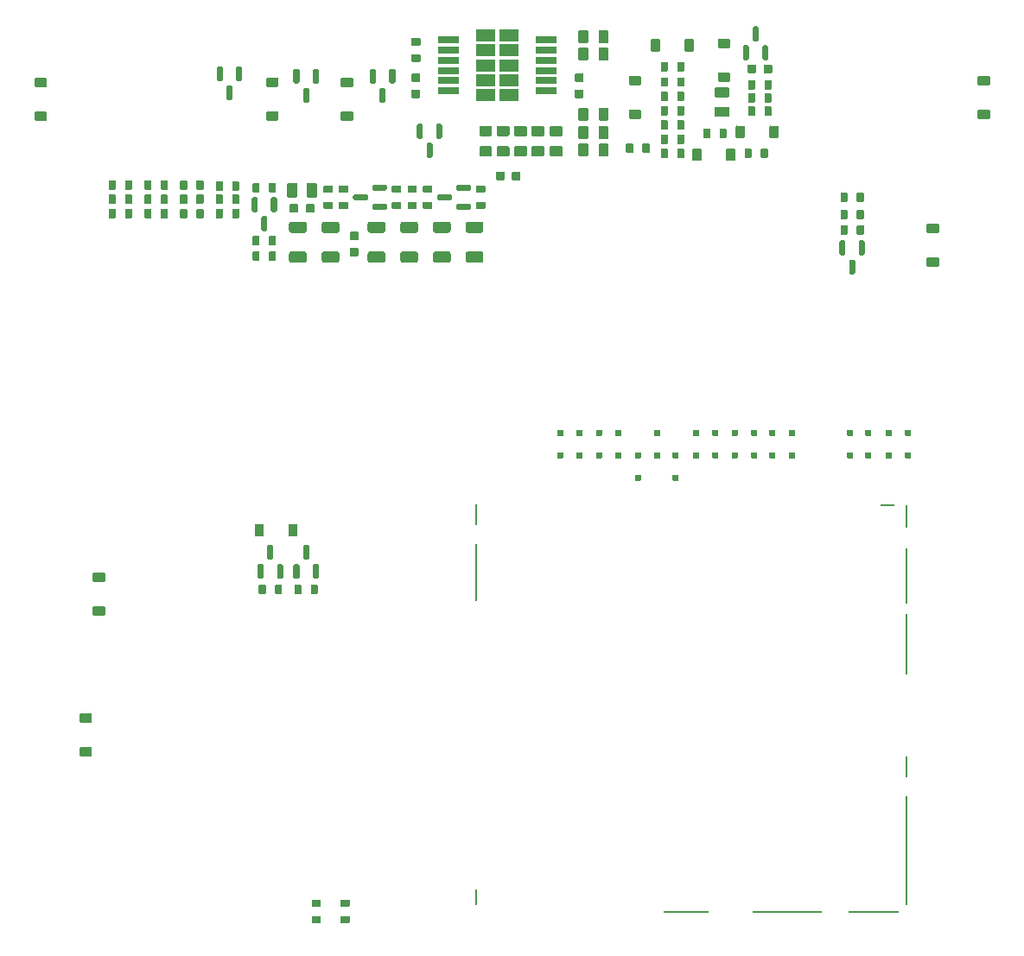
<source format=gbp>
G04 #@! TF.GenerationSoftware,KiCad,Pcbnew,7.0.1*
G04 #@! TF.CreationDate,2023-07-12T00:32:14+03:00*
G04 #@! TF.ProjectId,alphax_4ch,616c7068-6178-45f3-9463-682e6b696361,G*
G04 #@! TF.SameCoordinates,PX141f5e0PYa2cace0*
G04 #@! TF.FileFunction,Paste,Bot*
G04 #@! TF.FilePolarity,Positive*
%FSLAX46Y46*%
G04 Gerber Fmt 4.6, Leading zero omitted, Abs format (unit mm)*
G04 Created by KiCad (PCBNEW 7.0.1) date 2023-07-12 00:32:14*
%MOMM*%
%LPD*%
G01*
G04 APERTURE LIST*
%ADD10R,0.200000X2.300000*%
%ADD11R,0.200000X10.700000*%
%ADD12R,0.200000X2.100000*%
%ADD13R,0.200000X6.000000*%
%ADD14R,0.200000X5.400000*%
%ADD15R,1.400000X0.200000*%
%ADD16R,5.000000X0.200000*%
%ADD17R,6.800000X0.200000*%
%ADD18R,4.500000X0.200000*%
%ADD19R,0.200000X1.600000*%
%ADD20R,0.200000X5.700000*%
%ADD21R,0.200000X2.000000*%
%ADD22R,1.950000X1.160000*%
%ADD23R,2.000000X0.650000*%
G04 APERTURE END LIST*
D10*
G04 #@! TO.C,M4*
X86600005Y42649999D03*
D11*
X86600003Y9850001D03*
D12*
X86600003Y18050000D03*
D13*
X86600003Y30099999D03*
D14*
X86600003Y36799996D03*
D15*
X84799996Y43700002D03*
D16*
X83400001Y3800001D03*
D17*
X74899998Y3800001D03*
D18*
X65049995Y3800001D03*
D19*
X44500000Y5300000D03*
D20*
X44500000Y37150003D03*
D21*
X44500000Y42799996D03*
G04 #@! TD*
G04 #@! TO.C,R1137*
G36*
G01*
X22550000Y74447500D02*
X22550000Y75227500D01*
G75*
G02*
X22620000Y75297500I70000J0D01*
G01*
X23180000Y75297500D01*
G75*
G02*
X23250000Y75227500I0J-70000D01*
G01*
X23250000Y74447500D01*
G75*
G02*
X23180000Y74377500I-70000J0D01*
G01*
X22620000Y74377500D01*
G75*
G02*
X22550000Y74447500I0J70000D01*
G01*
G37*
G36*
G01*
X24150000Y74447500D02*
X24150000Y75227500D01*
G75*
G02*
X24220000Y75297500I70000J0D01*
G01*
X24780000Y75297500D01*
G75*
G02*
X24850000Y75227500I0J-70000D01*
G01*
X24850000Y74447500D01*
G75*
G02*
X24780000Y74377500I-70000J0D01*
G01*
X24220000Y74377500D01*
G75*
G02*
X24150000Y74447500I0J70000D01*
G01*
G37*
G04 #@! TD*
G04 #@! TO.C,C18*
G36*
G01*
X28625000Y73140000D02*
X28625000Y72460000D01*
G75*
G02*
X28540000Y72375000I-85000J0D01*
G01*
X27860000Y72375000D01*
G75*
G02*
X27775000Y72460000I0J85000D01*
G01*
X27775000Y73140000D01*
G75*
G02*
X27860000Y73225000I85000J0D01*
G01*
X28540000Y73225000D01*
G75*
G02*
X28625000Y73140000I0J-85000D01*
G01*
G37*
G36*
G01*
X27044998Y73140000D02*
X27044998Y72460000D01*
G75*
G02*
X26959998Y72375000I-85000J0D01*
G01*
X26279998Y72375000D01*
G75*
G02*
X26194998Y72460000I0J85000D01*
G01*
X26194998Y73140000D01*
G75*
G02*
X26279998Y73225000I85000J0D01*
G01*
X26959998Y73225000D01*
G75*
G02*
X27044998Y73140000I0J-85000D01*
G01*
G37*
G04 #@! TD*
G04 #@! TO.C,R29*
G36*
G01*
X80150000Y70310000D02*
X80150000Y71090000D01*
G75*
G02*
X80220000Y71160000I70000J0D01*
G01*
X80780000Y71160000D01*
G75*
G02*
X80850000Y71090000I0J-70000D01*
G01*
X80850000Y70310000D01*
G75*
G02*
X80780000Y70240000I-70000J0D01*
G01*
X80220000Y70240000D01*
G75*
G02*
X80150000Y70310000I0J70000D01*
G01*
G37*
G36*
G01*
X81750000Y70310000D02*
X81750000Y71090000D01*
G75*
G02*
X81820000Y71160000I70000J0D01*
G01*
X82380000Y71160000D01*
G75*
G02*
X82450000Y71090000I0J-70000D01*
G01*
X82450000Y70310000D01*
G75*
G02*
X82380000Y70240000I-70000J0D01*
G01*
X81820000Y70240000D01*
G75*
G02*
X81750000Y70310000I0J70000D01*
G01*
G37*
G04 #@! TD*
G04 #@! TO.C,R90*
G36*
G01*
X38935290Y87190000D02*
X38155290Y87190000D01*
G75*
G02*
X38085290Y87260000I0J70000D01*
G01*
X38085290Y87820000D01*
G75*
G02*
X38155290Y87890000I70000J0D01*
G01*
X38935290Y87890000D01*
G75*
G02*
X39005290Y87820000I0J-70000D01*
G01*
X39005290Y87260000D01*
G75*
G02*
X38935290Y87190000I-70000J0D01*
G01*
G37*
G36*
G01*
X38935290Y88790000D02*
X38155290Y88790000D01*
G75*
G02*
X38085290Y88860000I0J70000D01*
G01*
X38085290Y89420000D01*
G75*
G02*
X38155290Y89490000I70000J0D01*
G01*
X38935290Y89490000D01*
G75*
G02*
X39005290Y89420000I0J-70000D01*
G01*
X39005290Y88860000D01*
G75*
G02*
X38935290Y88790000I-70000J0D01*
G01*
G37*
G04 #@! TD*
G04 #@! TO.C,D30*
G36*
G01*
X75700000Y48840000D02*
X75700000Y48360000D01*
G75*
G02*
X75640000Y48300000I-60000J0D01*
G01*
X75160000Y48300000D01*
G75*
G02*
X75100000Y48360000I0J60000D01*
G01*
X75100000Y48840000D01*
G75*
G02*
X75160000Y48900000I60000J0D01*
G01*
X75640000Y48900000D01*
G75*
G02*
X75700000Y48840000I0J-60000D01*
G01*
G37*
G36*
G01*
X75700000Y51040000D02*
X75700000Y50560000D01*
G75*
G02*
X75640000Y50500000I-60000J0D01*
G01*
X75160000Y50500000D01*
G75*
G02*
X75100000Y50560000I0J60000D01*
G01*
X75100000Y51040000D01*
G75*
G02*
X75160000Y51100000I60000J0D01*
G01*
X75640000Y51100000D01*
G75*
G02*
X75700000Y51040000I0J-60000D01*
G01*
G37*
G04 #@! TD*
G04 #@! TO.C,C3*
G36*
G01*
X38205290Y86055001D02*
X38885290Y86055001D01*
G75*
G02*
X38970290Y85970001I0J-85000D01*
G01*
X38970290Y85290001D01*
G75*
G02*
X38885290Y85205001I-85000J0D01*
G01*
X38205290Y85205001D01*
G75*
G02*
X38120290Y85290001I0J85000D01*
G01*
X38120290Y85970001D01*
G75*
G02*
X38205290Y86055001I85000J0D01*
G01*
G37*
G36*
G01*
X38205290Y84474999D02*
X38885290Y84474999D01*
G75*
G02*
X38970290Y84389999I0J-85000D01*
G01*
X38970290Y83709999D01*
G75*
G02*
X38885290Y83624999I-85000J0D01*
G01*
X38205290Y83624999D01*
G75*
G02*
X38120290Y83709999I0J85000D01*
G01*
X38120290Y84389999D01*
G75*
G02*
X38205290Y84474999I85000J0D01*
G01*
G37*
G04 #@! TD*
G04 #@! TO.C,D46*
G36*
G01*
X56800000Y48840000D02*
X56800000Y48360000D01*
G75*
G02*
X56740000Y48300000I-60000J0D01*
G01*
X56260000Y48300000D01*
G75*
G02*
X56200000Y48360000I0J60000D01*
G01*
X56200000Y48840000D01*
G75*
G02*
X56260000Y48900000I60000J0D01*
G01*
X56740000Y48900000D01*
G75*
G02*
X56800000Y48840000I0J-60000D01*
G01*
G37*
G36*
G01*
X56800000Y51040000D02*
X56800000Y50560000D01*
G75*
G02*
X56740000Y50500000I-60000J0D01*
G01*
X56260000Y50500000D01*
G75*
G02*
X56200000Y50560000I0J60000D01*
G01*
X56200000Y51040000D01*
G75*
G02*
X56260000Y51100000I60000J0D01*
G01*
X56740000Y51100000D01*
G75*
G02*
X56800000Y51040000I0J-60000D01*
G01*
G37*
G04 #@! TD*
G04 #@! TO.C,R87*
G36*
G01*
X11950000Y71910000D02*
X11950000Y72690000D01*
G75*
G02*
X12020000Y72760000I70000J0D01*
G01*
X12580000Y72760000D01*
G75*
G02*
X12650000Y72690000I0J-70000D01*
G01*
X12650000Y71910000D01*
G75*
G02*
X12580000Y71840000I-70000J0D01*
G01*
X12020000Y71840000D01*
G75*
G02*
X11950000Y71910000I0J70000D01*
G01*
G37*
G36*
G01*
X13550000Y71910000D02*
X13550000Y72690000D01*
G75*
G02*
X13620000Y72760000I70000J0D01*
G01*
X14180000Y72760000D01*
G75*
G02*
X14250000Y72690000I0J-70000D01*
G01*
X14250000Y71910000D01*
G75*
G02*
X14180000Y71840000I-70000J0D01*
G01*
X13620000Y71840000D01*
G75*
G02*
X13550000Y71910000I0J70000D01*
G01*
G37*
G04 #@! TD*
G04 #@! TO.C,R21*
G36*
G01*
X62550000Y80610000D02*
X62550000Y81390000D01*
G75*
G02*
X62620000Y81460000I70000J0D01*
G01*
X63180000Y81460000D01*
G75*
G02*
X63250000Y81390000I0J-70000D01*
G01*
X63250000Y80610000D01*
G75*
G02*
X63180000Y80540000I-70000J0D01*
G01*
X62620000Y80540000D01*
G75*
G02*
X62550000Y80610000I0J70000D01*
G01*
G37*
G36*
G01*
X64150000Y80610000D02*
X64150000Y81390000D01*
G75*
G02*
X64220000Y81460000I70000J0D01*
G01*
X64780000Y81460000D01*
G75*
G02*
X64850000Y81390000I0J-70000D01*
G01*
X64850000Y80610000D01*
G75*
G02*
X64780000Y80540000I-70000J0D01*
G01*
X64220000Y80540000D01*
G75*
G02*
X64150000Y80610000I0J70000D01*
G01*
G37*
G04 #@! TD*
G04 #@! TO.C,R82*
G36*
G01*
X11950000Y74710000D02*
X11950000Y75490000D01*
G75*
G02*
X12020000Y75560000I70000J0D01*
G01*
X12580000Y75560000D01*
G75*
G02*
X12650000Y75490000I0J-70000D01*
G01*
X12650000Y74710000D01*
G75*
G02*
X12580000Y74640000I-70000J0D01*
G01*
X12020000Y74640000D01*
G75*
G02*
X11950000Y74710000I0J70000D01*
G01*
G37*
G36*
G01*
X13550000Y74710000D02*
X13550000Y75490000D01*
G75*
G02*
X13620000Y75560000I70000J0D01*
G01*
X14180000Y75560000D01*
G75*
G02*
X14250000Y75490000I0J-70000D01*
G01*
X14250000Y74710000D01*
G75*
G02*
X14180000Y74640000I-70000J0D01*
G01*
X13620000Y74640000D01*
G75*
G02*
X13550000Y74710000I0J70000D01*
G01*
G37*
G04 #@! TD*
G04 #@! TO.C,D49*
G36*
G01*
X69900000Y79815000D02*
X69900000Y80835000D01*
G75*
G02*
X69990000Y80925000I90000J0D01*
G01*
X70710000Y80925000D01*
G75*
G02*
X70800000Y80835000I0J-90000D01*
G01*
X70800000Y79815000D01*
G75*
G02*
X70710000Y79725000I-90000J0D01*
G01*
X69990000Y79725000D01*
G75*
G02*
X69900000Y79815000I0J90000D01*
G01*
G37*
G36*
G01*
X73200000Y79815000D02*
X73200000Y80835000D01*
G75*
G02*
X73290000Y80925000I90000J0D01*
G01*
X74010000Y80925000D01*
G75*
G02*
X74100000Y80835000I0J-90000D01*
G01*
X74100000Y79815000D01*
G75*
G02*
X74010000Y79725000I-90000J0D01*
G01*
X73290000Y79725000D01*
G75*
G02*
X73200000Y79815000I0J90000D01*
G01*
G37*
G04 #@! TD*
G04 #@! TO.C,C20*
G36*
G01*
X48815001Y76340000D02*
X48815001Y75660000D01*
G75*
G02*
X48730001Y75575000I-85000J0D01*
G01*
X48050001Y75575000D01*
G75*
G02*
X47965001Y75660000I0J85000D01*
G01*
X47965001Y76340000D01*
G75*
G02*
X48050001Y76425000I85000J0D01*
G01*
X48730001Y76425000D01*
G75*
G02*
X48815001Y76340000I0J-85000D01*
G01*
G37*
G36*
G01*
X47234999Y76340000D02*
X47234999Y75660000D01*
G75*
G02*
X47149999Y75575000I-85000J0D01*
G01*
X46469999Y75575000D01*
G75*
G02*
X46384999Y75660000I0J85000D01*
G01*
X46384999Y76340000D01*
G75*
G02*
X46469999Y76425000I85000J0D01*
G01*
X47149999Y76425000D01*
G75*
G02*
X47234999Y76340000I0J-85000D01*
G01*
G37*
G04 #@! TD*
G04 #@! TO.C,D1*
G36*
G01*
X60000000Y48360000D02*
X60000000Y48840000D01*
G75*
G02*
X60060000Y48900000I60000J0D01*
G01*
X60540000Y48900000D01*
G75*
G02*
X60600000Y48840000I0J-60000D01*
G01*
X60600000Y48360000D01*
G75*
G02*
X60540000Y48300000I-60000J0D01*
G01*
X60060000Y48300000D01*
G75*
G02*
X60000000Y48360000I0J60000D01*
G01*
G37*
G36*
G01*
X60000000Y46160000D02*
X60000000Y46640000D01*
G75*
G02*
X60060000Y46700000I60000J0D01*
G01*
X60540000Y46700000D01*
G75*
G02*
X60600000Y46640000I0J-60000D01*
G01*
X60600000Y46160000D01*
G75*
G02*
X60540000Y46100000I-60000J0D01*
G01*
X60060000Y46100000D01*
G75*
G02*
X60000000Y46160000I0J60000D01*
G01*
G37*
G04 #@! TD*
G04 #@! TO.C,C1*
G36*
G01*
X54885290Y83624999D02*
X54205290Y83624999D01*
G75*
G02*
X54120290Y83709999I0J85000D01*
G01*
X54120290Y84389999D01*
G75*
G02*
X54205290Y84474999I85000J0D01*
G01*
X54885290Y84474999D01*
G75*
G02*
X54970290Y84389999I0J-85000D01*
G01*
X54970290Y83709999D01*
G75*
G02*
X54885290Y83624999I-85000J0D01*
G01*
G37*
G36*
G01*
X54885290Y85205001D02*
X54205290Y85205001D01*
G75*
G02*
X54120290Y85290001I0J85000D01*
G01*
X54120290Y85970001D01*
G75*
G02*
X54205290Y86055001I85000J0D01*
G01*
X54885290Y86055001D01*
G75*
G02*
X54970290Y85970001I0J-85000D01*
G01*
X54970290Y85290001D01*
G75*
G02*
X54885290Y85205001I-85000J0D01*
G01*
G37*
G04 #@! TD*
G04 #@! TO.C,D23*
G36*
G01*
X19200000Y86737500D02*
X19500000Y86737500D01*
G75*
G02*
X19650000Y86587500I0J-150000D01*
G01*
X19650000Y85412500D01*
G75*
G02*
X19500000Y85262500I-150000J0D01*
G01*
X19200000Y85262500D01*
G75*
G02*
X19050000Y85412500I0J150000D01*
G01*
X19050000Y86587500D01*
G75*
G02*
X19200000Y86737500I150000J0D01*
G01*
G37*
G36*
G01*
X21100000Y86737500D02*
X21400000Y86737500D01*
G75*
G02*
X21550000Y86587500I0J-150000D01*
G01*
X21550000Y85412500D01*
G75*
G02*
X21400000Y85262500I-150000J0D01*
G01*
X21100000Y85262500D01*
G75*
G02*
X20950000Y85412500I0J150000D01*
G01*
X20950000Y86587500D01*
G75*
G02*
X21100000Y86737500I150000J0D01*
G01*
G37*
G36*
G01*
X20150000Y84862500D02*
X20450000Y84862500D01*
G75*
G02*
X20600000Y84712500I0J-150000D01*
G01*
X20600000Y83537500D01*
G75*
G02*
X20450000Y83387500I-150000J0D01*
G01*
X20150000Y83387500D01*
G75*
G02*
X20000000Y83537500I0J150000D01*
G01*
X20000000Y84712500D01*
G75*
G02*
X20150000Y84862500I150000J0D01*
G01*
G37*
G04 #@! TD*
G04 #@! TO.C,D6*
G36*
G01*
X83187497Y48841498D02*
X83187497Y48361498D01*
G75*
G02*
X83127497Y48301498I-60000J0D01*
G01*
X82647497Y48301498D01*
G75*
G02*
X82587497Y48361498I0J60000D01*
G01*
X82587497Y48841498D01*
G75*
G02*
X82647497Y48901498I60000J0D01*
G01*
X83127497Y48901498D01*
G75*
G02*
X83187497Y48841498I0J-60000D01*
G01*
G37*
G36*
G01*
X83187497Y51041498D02*
X83187497Y50561498D01*
G75*
G02*
X83127497Y50501498I-60000J0D01*
G01*
X82647497Y50501498D01*
G75*
G02*
X82587497Y50561498I0J60000D01*
G01*
X82587497Y51041498D01*
G75*
G02*
X82647497Y51101498I60000J0D01*
G01*
X83127497Y51101498D01*
G75*
G02*
X83187497Y51041498I0J-60000D01*
G01*
G37*
G04 #@! TD*
G04 #@! TO.C,Q1*
G36*
G01*
X43975000Y75000000D02*
X43975000Y74700000D01*
G75*
G02*
X43825000Y74550000I-150000J0D01*
G01*
X42650000Y74550000D01*
G75*
G02*
X42500000Y74700000I0J150000D01*
G01*
X42500000Y75000000D01*
G75*
G02*
X42650000Y75150000I150000J0D01*
G01*
X43825000Y75150000D01*
G75*
G02*
X43975000Y75000000I0J-150000D01*
G01*
G37*
G36*
G01*
X42100000Y74050000D02*
X42100000Y73750000D01*
G75*
G02*
X41950000Y73600000I-150000J0D01*
G01*
X40775000Y73600000D01*
G75*
G02*
X40625000Y73750000I0J150000D01*
G01*
X40625000Y74050000D01*
G75*
G02*
X40775000Y74200000I150000J0D01*
G01*
X41950000Y74200000D01*
G75*
G02*
X42100000Y74050000I0J-150000D01*
G01*
G37*
G36*
G01*
X43975000Y73100000D02*
X43975000Y72800000D01*
G75*
G02*
X43825000Y72650000I-150000J0D01*
G01*
X42650000Y72650000D01*
G75*
G02*
X42500000Y72800000I0J150000D01*
G01*
X42500000Y73100000D01*
G75*
G02*
X42650000Y73250000I150000J0D01*
G01*
X43825000Y73250000D01*
G75*
G02*
X43975000Y73100000I0J-150000D01*
G01*
G37*
G04 #@! TD*
G04 #@! TO.C,R24*
G36*
G01*
X38525000Y67475000D02*
X37275000Y67475000D01*
G75*
G02*
X37025000Y67725000I0J250000D01*
G01*
X37025000Y68350000D01*
G75*
G02*
X37275000Y68600000I250000J0D01*
G01*
X38525000Y68600000D01*
G75*
G02*
X38775000Y68350000I0J-250000D01*
G01*
X38775000Y67725000D01*
G75*
G02*
X38525000Y67475000I-250000J0D01*
G01*
G37*
G36*
G01*
X38525000Y70400000D02*
X37275000Y70400000D01*
G75*
G02*
X37025000Y70650000I0J250000D01*
G01*
X37025000Y71275000D01*
G75*
G02*
X37275000Y71525000I250000J0D01*
G01*
X38525000Y71525000D01*
G75*
G02*
X38775000Y71275000I0J-250000D01*
G01*
X38775000Y70650000D01*
G75*
G02*
X38525000Y70400000I-250000J0D01*
G01*
G37*
G04 #@! TD*
G04 #@! TO.C,R38*
G36*
G01*
X23150000Y35067581D02*
X23150000Y35847581D01*
G75*
G02*
X23220000Y35917581I70000J0D01*
G01*
X23780000Y35917581D01*
G75*
G02*
X23850000Y35847581I0J-70000D01*
G01*
X23850000Y35067581D01*
G75*
G02*
X23780000Y34997581I-70000J0D01*
G01*
X23220000Y34997581D01*
G75*
G02*
X23150000Y35067581I0J70000D01*
G01*
G37*
G36*
G01*
X24750000Y35067581D02*
X24750000Y35847581D01*
G75*
G02*
X24820000Y35917581I70000J0D01*
G01*
X25380000Y35917581D01*
G75*
G02*
X25450000Y35847581I0J-70000D01*
G01*
X25450000Y35067581D01*
G75*
G02*
X25380000Y34997581I-70000J0D01*
G01*
X24820000Y34997581D01*
G75*
G02*
X24750000Y35067581I0J70000D01*
G01*
G37*
G04 #@! TD*
G04 #@! TO.C,D68*
G36*
G01*
X6730000Y19100000D02*
X5710000Y19100000D01*
G75*
G02*
X5620000Y19190000I0J90000D01*
G01*
X5620000Y19910000D01*
G75*
G02*
X5710000Y20000000I90000J0D01*
G01*
X6730000Y20000000D01*
G75*
G02*
X6820000Y19910000I0J-90000D01*
G01*
X6820000Y19190000D01*
G75*
G02*
X6730000Y19100000I-90000J0D01*
G01*
G37*
G36*
G01*
X6730000Y22400000D02*
X5710000Y22400000D01*
G75*
G02*
X5620000Y22490000I0J90000D01*
G01*
X5620000Y23210000D01*
G75*
G02*
X5710000Y23300000I90000J0D01*
G01*
X6730000Y23300000D01*
G75*
G02*
X6820000Y23210000I0J-90000D01*
G01*
X6820000Y22490000D01*
G75*
G02*
X6730000Y22400000I-90000J0D01*
G01*
G37*
G04 #@! TD*
G04 #@! TO.C,D22*
G36*
G01*
X58687498Y48841498D02*
X58687498Y48361498D01*
G75*
G02*
X58627498Y48301498I-60000J0D01*
G01*
X58147498Y48301498D01*
G75*
G02*
X58087498Y48361498I0J60000D01*
G01*
X58087498Y48841498D01*
G75*
G02*
X58147498Y48901498I60000J0D01*
G01*
X58627498Y48901498D01*
G75*
G02*
X58687498Y48841498I0J-60000D01*
G01*
G37*
G36*
G01*
X58687498Y51041498D02*
X58687498Y50561498D01*
G75*
G02*
X58627498Y50501498I-60000J0D01*
G01*
X58147498Y50501498D01*
G75*
G02*
X58087498Y50561498I0J60000D01*
G01*
X58087498Y51041498D01*
G75*
G02*
X58147498Y51101498I60000J0D01*
G01*
X58627498Y51101498D01*
G75*
G02*
X58687498Y51041498I0J-60000D01*
G01*
G37*
G04 #@! TD*
G04 #@! TO.C,R1112*
G36*
G01*
X70750000Y77835000D02*
X70750000Y78615000D01*
G75*
G02*
X70820000Y78685000I70000J0D01*
G01*
X71380000Y78685000D01*
G75*
G02*
X71450000Y78615000I0J-70000D01*
G01*
X71450000Y77835000D01*
G75*
G02*
X71380000Y77765000I-70000J0D01*
G01*
X70820000Y77765000D01*
G75*
G02*
X70750000Y77835000I0J70000D01*
G01*
G37*
G36*
G01*
X72350000Y77835000D02*
X72350000Y78615000D01*
G75*
G02*
X72420000Y78685000I70000J0D01*
G01*
X72980000Y78685000D01*
G75*
G02*
X73050000Y78615000I0J-70000D01*
G01*
X73050000Y77835000D01*
G75*
G02*
X72980000Y77765000I-70000J0D01*
G01*
X72420000Y77765000D01*
G75*
G02*
X72350000Y77835000I0J70000D01*
G01*
G37*
G04 #@! TD*
G04 #@! TO.C,R32*
G36*
G01*
X82450000Y72590000D02*
X82450000Y71810000D01*
G75*
G02*
X82380000Y71740000I-70000J0D01*
G01*
X81820000Y71740000D01*
G75*
G02*
X81750000Y71810000I0J70000D01*
G01*
X81750000Y72590000D01*
G75*
G02*
X81820000Y72660000I70000J0D01*
G01*
X82380000Y72660000D01*
G75*
G02*
X82450000Y72590000I0J-70000D01*
G01*
G37*
G36*
G01*
X80850000Y72590000D02*
X80850000Y71810000D01*
G75*
G02*
X80780000Y71740000I-70000J0D01*
G01*
X80220000Y71740000D01*
G75*
G02*
X80150000Y71810000I0J70000D01*
G01*
X80150000Y72590000D01*
G75*
G02*
X80220000Y72660000I70000J0D01*
G01*
X80780000Y72660000D01*
G75*
G02*
X80850000Y72590000I0J-70000D01*
G01*
G37*
G04 #@! TD*
G04 #@! TO.C,D65*
G36*
G01*
X89715000Y67075000D02*
X88695000Y67075000D01*
G75*
G02*
X88605000Y67165000I0J90000D01*
G01*
X88605000Y67885000D01*
G75*
G02*
X88695000Y67975000I90000J0D01*
G01*
X89715000Y67975000D01*
G75*
G02*
X89805000Y67885000I0J-90000D01*
G01*
X89805000Y67165000D01*
G75*
G02*
X89715000Y67075000I-90000J0D01*
G01*
G37*
G36*
G01*
X89715000Y70375000D02*
X88695000Y70375000D01*
G75*
G02*
X88605000Y70465000I0J90000D01*
G01*
X88605000Y71185000D01*
G75*
G02*
X88695000Y71275000I90000J0D01*
G01*
X89715000Y71275000D01*
G75*
G02*
X89805000Y71185000I0J-90000D01*
G01*
X89805000Y70465000D01*
G75*
G02*
X89715000Y70375000I-90000J0D01*
G01*
G37*
G04 #@! TD*
G04 #@! TO.C,D42*
G36*
G01*
X72000000Y48840000D02*
X72000000Y48360000D01*
G75*
G02*
X71940000Y48300000I-60000J0D01*
G01*
X71460000Y48300000D01*
G75*
G02*
X71400000Y48360000I0J60000D01*
G01*
X71400000Y48840000D01*
G75*
G02*
X71460000Y48900000I60000J0D01*
G01*
X71940000Y48900000D01*
G75*
G02*
X72000000Y48840000I0J-60000D01*
G01*
G37*
G36*
G01*
X72000000Y51040000D02*
X72000000Y50560000D01*
G75*
G02*
X71940000Y50500000I-60000J0D01*
G01*
X71460000Y50500000D01*
G75*
G02*
X71400000Y50560000I0J60000D01*
G01*
X71400000Y51040000D01*
G75*
G02*
X71460000Y51100000I60000J0D01*
G01*
X71940000Y51100000D01*
G75*
G02*
X72000000Y51040000I0J-60000D01*
G01*
G37*
G04 #@! TD*
G04 #@! TO.C,C7*
G36*
G01*
X54445290Y79715000D02*
X54445290Y80765000D01*
G75*
G02*
X54545290Y80865000I100000J0D01*
G01*
X55345290Y80865000D01*
G75*
G02*
X55445290Y80765000I0J-100000D01*
G01*
X55445290Y79715000D01*
G75*
G02*
X55345290Y79615000I-100000J0D01*
G01*
X54545290Y79615000D01*
G75*
G02*
X54445290Y79715000I0J100000D01*
G01*
G37*
G36*
G01*
X56445290Y79715000D02*
X56445290Y80765000D01*
G75*
G02*
X56545290Y80865000I100000J0D01*
G01*
X57345290Y80865000D01*
G75*
G02*
X57445290Y80765000I0J-100000D01*
G01*
X57445290Y79715000D01*
G75*
G02*
X57345290Y79615000I-100000J0D01*
G01*
X56545290Y79615000D01*
G75*
G02*
X56445290Y79715000I0J100000D01*
G01*
G37*
G04 #@! TD*
G04 #@! TO.C,R36*
G36*
G01*
X64850000Y79990000D02*
X64850000Y79210000D01*
G75*
G02*
X64780000Y79140000I-70000J0D01*
G01*
X64220000Y79140000D01*
G75*
G02*
X64150000Y79210000I0J70000D01*
G01*
X64150000Y79990000D01*
G75*
G02*
X64220000Y80060000I70000J0D01*
G01*
X64780000Y80060000D01*
G75*
G02*
X64850000Y79990000I0J-70000D01*
G01*
G37*
G36*
G01*
X63250000Y79990000D02*
X63250000Y79210000D01*
G75*
G02*
X63180000Y79140000I-70000J0D01*
G01*
X62620000Y79140000D01*
G75*
G02*
X62550000Y79210000I0J70000D01*
G01*
X62550000Y79990000D01*
G75*
G02*
X62620000Y80060000I70000J0D01*
G01*
X63180000Y80060000D01*
G75*
G02*
X63250000Y79990000I0J-70000D01*
G01*
G37*
G04 #@! TD*
G04 #@! TO.C,R88*
G36*
G01*
X15450000Y71910000D02*
X15450000Y72690000D01*
G75*
G02*
X15520000Y72760000I70000J0D01*
G01*
X16080000Y72760000D01*
G75*
G02*
X16150000Y72690000I0J-70000D01*
G01*
X16150000Y71910000D01*
G75*
G02*
X16080000Y71840000I-70000J0D01*
G01*
X15520000Y71840000D01*
G75*
G02*
X15450000Y71910000I0J70000D01*
G01*
G37*
G36*
G01*
X17050000Y71910000D02*
X17050000Y72690000D01*
G75*
G02*
X17120000Y72760000I70000J0D01*
G01*
X17680000Y72760000D01*
G75*
G02*
X17750000Y72690000I0J-70000D01*
G01*
X17750000Y71910000D01*
G75*
G02*
X17680000Y71840000I-70000J0D01*
G01*
X17120000Y71840000D01*
G75*
G02*
X17050000Y71910000I0J70000D01*
G01*
G37*
G04 #@! TD*
G04 #@! TO.C,Q3*
G36*
G01*
X35737500Y75000000D02*
X35737500Y74700000D01*
G75*
G02*
X35587500Y74550000I-150000J0D01*
G01*
X34412500Y74550000D01*
G75*
G02*
X34262500Y74700000I0J150000D01*
G01*
X34262500Y75000000D01*
G75*
G02*
X34412500Y75150000I150000J0D01*
G01*
X35587500Y75150000D01*
G75*
G02*
X35737500Y75000000I0J-150000D01*
G01*
G37*
G36*
G01*
X33862500Y74050000D02*
X33862500Y73750000D01*
G75*
G02*
X33712500Y73600000I-150000J0D01*
G01*
X32537500Y73600000D01*
G75*
G02*
X32387500Y73750000I0J150000D01*
G01*
X32387500Y74050000D01*
G75*
G02*
X32537500Y74200000I150000J0D01*
G01*
X33712500Y74200000D01*
G75*
G02*
X33862500Y74050000I0J-150000D01*
G01*
G37*
G36*
G01*
X35737500Y73100000D02*
X35737500Y72800000D01*
G75*
G02*
X35587500Y72650000I-150000J0D01*
G01*
X34412500Y72650000D01*
G75*
G02*
X34262500Y72800000I0J150000D01*
G01*
X34262500Y73100000D01*
G75*
G02*
X34412500Y73250000I150000J0D01*
G01*
X35587500Y73250000D01*
G75*
G02*
X35737500Y73100000I0J-150000D01*
G01*
G37*
G04 #@! TD*
G04 #@! TO.C,R1127*
G36*
G01*
X38590000Y72750000D02*
X37810000Y72750000D01*
G75*
G02*
X37740000Y72820000I0J70000D01*
G01*
X37740000Y73380000D01*
G75*
G02*
X37810000Y73450000I70000J0D01*
G01*
X38590000Y73450000D01*
G75*
G02*
X38660000Y73380000I0J-70000D01*
G01*
X38660000Y72820000D01*
G75*
G02*
X38590000Y72750000I-70000J0D01*
G01*
G37*
G36*
G01*
X38590000Y74350000D02*
X37810000Y74350000D01*
G75*
G02*
X37740000Y74420000I0J70000D01*
G01*
X37740000Y74980000D01*
G75*
G02*
X37810000Y75050000I70000J0D01*
G01*
X38590000Y75050000D01*
G75*
G02*
X38660000Y74980000I0J-70000D01*
G01*
X38660000Y74420000D01*
G75*
G02*
X38590000Y74350000I-70000J0D01*
G01*
G37*
G04 #@! TD*
G04 #@! TO.C,C16*
G36*
G01*
X57445290Y88465000D02*
X57445290Y87415000D01*
G75*
G02*
X57345290Y87315000I-100000J0D01*
G01*
X56545290Y87315000D01*
G75*
G02*
X56445290Y87415000I0J100000D01*
G01*
X56445290Y88465000D01*
G75*
G02*
X56545290Y88565000I100000J0D01*
G01*
X57345290Y88565000D01*
G75*
G02*
X57445290Y88465000I0J-100000D01*
G01*
G37*
G36*
G01*
X55445290Y88465000D02*
X55445290Y87415000D01*
G75*
G02*
X55345290Y87315000I-100000J0D01*
G01*
X54545290Y87315000D01*
G75*
G02*
X54445290Y87415000I0J100000D01*
G01*
X54445290Y88465000D01*
G75*
G02*
X54545290Y88565000I100000J0D01*
G01*
X55345290Y88565000D01*
G75*
G02*
X55445290Y88465000I0J-100000D01*
G01*
G37*
G04 #@! TD*
G04 #@! TO.C,R41*
G36*
G01*
X45290000Y72750000D02*
X44510000Y72750000D01*
G75*
G02*
X44440000Y72820000I0J70000D01*
G01*
X44440000Y73380000D01*
G75*
G02*
X44510000Y73450000I70000J0D01*
G01*
X45290000Y73450000D01*
G75*
G02*
X45360000Y73380000I0J-70000D01*
G01*
X45360000Y72820000D01*
G75*
G02*
X45290000Y72750000I-70000J0D01*
G01*
G37*
G36*
G01*
X45290000Y74350000D02*
X44510000Y74350000D01*
G75*
G02*
X44440000Y74420000I0J70000D01*
G01*
X44440000Y74980000D01*
G75*
G02*
X44510000Y75050000I70000J0D01*
G01*
X45290000Y75050000D01*
G75*
G02*
X45360000Y74980000I0J-70000D01*
G01*
X45360000Y74420000D01*
G75*
G02*
X45290000Y74350000I-70000J0D01*
G01*
G37*
G04 #@! TD*
G04 #@! TO.C,R79*
G36*
G01*
X21250000Y74090000D02*
X21250000Y73310000D01*
G75*
G02*
X21180000Y73240000I-70000J0D01*
G01*
X20620000Y73240000D01*
G75*
G02*
X20550000Y73310000I0J70000D01*
G01*
X20550000Y74090000D01*
G75*
G02*
X20620000Y74160000I70000J0D01*
G01*
X21180000Y74160000D01*
G75*
G02*
X21250000Y74090000I0J-70000D01*
G01*
G37*
G36*
G01*
X19650000Y74090000D02*
X19650000Y73310000D01*
G75*
G02*
X19580000Y73240000I-70000J0D01*
G01*
X19020000Y73240000D01*
G75*
G02*
X18950000Y73310000I0J70000D01*
G01*
X18950000Y74090000D01*
G75*
G02*
X19020000Y74160000I70000J0D01*
G01*
X19580000Y74160000D01*
G75*
G02*
X19650000Y74090000I0J-70000D01*
G01*
G37*
G04 #@! TD*
G04 #@! TO.C,R33*
G36*
G01*
X67925000Y84687501D02*
X69175000Y84687501D01*
G75*
G02*
X69275000Y84587501I0J-100000D01*
G01*
X69275000Y83787501D01*
G75*
G02*
X69175000Y83687501I-100000J0D01*
G01*
X67925000Y83687501D01*
G75*
G02*
X67825000Y83787501I0J100000D01*
G01*
X67825000Y84587501D01*
G75*
G02*
X67925000Y84687501I100000J0D01*
G01*
G37*
G36*
G01*
X67925000Y82787479D02*
X69175000Y82787479D01*
G75*
G02*
X69275000Y82687479I0J-100000D01*
G01*
X69275000Y81887479D01*
G75*
G02*
X69175000Y81787479I-100000J0D01*
G01*
X67925000Y81787479D01*
G75*
G02*
X67825000Y81887479I0J100000D01*
G01*
X67825000Y82687479D01*
G75*
G02*
X67925000Y82787479I100000J0D01*
G01*
G37*
G04 #@! TD*
G04 #@! TO.C,R81*
G36*
G01*
X17750000Y75490000D02*
X17750000Y74710000D01*
G75*
G02*
X17680000Y74640000I-70000J0D01*
G01*
X17120000Y74640000D01*
G75*
G02*
X17050000Y74710000I0J70000D01*
G01*
X17050000Y75490000D01*
G75*
G02*
X17120000Y75560000I70000J0D01*
G01*
X17680000Y75560000D01*
G75*
G02*
X17750000Y75490000I0J-70000D01*
G01*
G37*
G36*
G01*
X16150000Y75490000D02*
X16150000Y74710000D01*
G75*
G02*
X16080000Y74640000I-70000J0D01*
G01*
X15520000Y74640000D01*
G75*
G02*
X15450000Y74710000I0J70000D01*
G01*
X15450000Y75490000D01*
G75*
G02*
X15520000Y75560000I70000J0D01*
G01*
X16080000Y75560000D01*
G75*
G02*
X16150000Y75490000I0J-70000D01*
G01*
G37*
G04 #@! TD*
G04 #@! TO.C,R1128*
G36*
G01*
X39310000Y75050000D02*
X40090000Y75050000D01*
G75*
G02*
X40160000Y74980000I0J-70000D01*
G01*
X40160000Y74420000D01*
G75*
G02*
X40090000Y74350000I-70000J0D01*
G01*
X39310000Y74350000D01*
G75*
G02*
X39240000Y74420000I0J70000D01*
G01*
X39240000Y74980000D01*
G75*
G02*
X39310000Y75050000I70000J0D01*
G01*
G37*
G36*
G01*
X39310000Y73450000D02*
X40090000Y73450000D01*
G75*
G02*
X40160000Y73380000I0J-70000D01*
G01*
X40160000Y72820000D01*
G75*
G02*
X40090000Y72750000I-70000J0D01*
G01*
X39310000Y72750000D01*
G75*
G02*
X39240000Y72820000I0J70000D01*
G01*
X39240000Y73380000D01*
G75*
G02*
X39310000Y73450000I70000J0D01*
G01*
G37*
G04 #@! TD*
G04 #@! TO.C,D19*
G36*
G01*
X34200000Y86512500D02*
X34500000Y86512500D01*
G75*
G02*
X34650000Y86362500I0J-150000D01*
G01*
X34650000Y85187500D01*
G75*
G02*
X34500000Y85037500I-150000J0D01*
G01*
X34200000Y85037500D01*
G75*
G02*
X34050000Y85187500I0J150000D01*
G01*
X34050000Y86362500D01*
G75*
G02*
X34200000Y86512500I150000J0D01*
G01*
G37*
G36*
G01*
X36100000Y86512500D02*
X36400000Y86512500D01*
G75*
G02*
X36550000Y86362500I0J-150000D01*
G01*
X36550000Y85187500D01*
G75*
G02*
X36400000Y85037500I-150000J0D01*
G01*
X36100000Y85037500D01*
G75*
G02*
X35950000Y85187500I0J150000D01*
G01*
X35950000Y86362500D01*
G75*
G02*
X36100000Y86512500I150000J0D01*
G01*
G37*
G36*
G01*
X35150000Y84637500D02*
X35450000Y84637500D01*
G75*
G02*
X35600000Y84487500I0J-150000D01*
G01*
X35600000Y83312500D01*
G75*
G02*
X35450000Y83162500I-150000J0D01*
G01*
X35150000Y83162500D01*
G75*
G02*
X35000000Y83312500I0J150000D01*
G01*
X35000000Y84487500D01*
G75*
G02*
X35150000Y84637500I150000J0D01*
G01*
G37*
G04 #@! TD*
G04 #@! TO.C,R1140*
G36*
G01*
X24850000Y68527500D02*
X24850000Y67747500D01*
G75*
G02*
X24780000Y67677500I-70000J0D01*
G01*
X24220000Y67677500D01*
G75*
G02*
X24150000Y67747500I0J70000D01*
G01*
X24150000Y68527500D01*
G75*
G02*
X24220000Y68597500I70000J0D01*
G01*
X24780000Y68597500D01*
G75*
G02*
X24850000Y68527500I0J-70000D01*
G01*
G37*
G36*
G01*
X23250000Y68527500D02*
X23250000Y67747500D01*
G75*
G02*
X23180000Y67677500I-70000J0D01*
G01*
X22620000Y67677500D01*
G75*
G02*
X22550000Y67747500I0J70000D01*
G01*
X22550000Y68527500D01*
G75*
G02*
X22620000Y68597500I70000J0D01*
G01*
X23180000Y68597500D01*
G75*
G02*
X23250000Y68527500I0J-70000D01*
G01*
G37*
G04 #@! TD*
G04 #@! TO.C,R1135*
G36*
G01*
X44925000Y67475000D02*
X43675000Y67475000D01*
G75*
G02*
X43425000Y67725000I0J250000D01*
G01*
X43425000Y68350000D01*
G75*
G02*
X43675000Y68600000I250000J0D01*
G01*
X44925000Y68600000D01*
G75*
G02*
X45175000Y68350000I0J-250000D01*
G01*
X45175000Y67725000D01*
G75*
G02*
X44925000Y67475000I-250000J0D01*
G01*
G37*
G36*
G01*
X44925000Y70400000D02*
X43675000Y70400000D01*
G75*
G02*
X43425000Y70650000I0J250000D01*
G01*
X43425000Y71275000D01*
G75*
G02*
X43675000Y71525000I250000J0D01*
G01*
X44925000Y71525000D01*
G75*
G02*
X45175000Y71275000I0J-250000D01*
G01*
X45175000Y70650000D01*
G75*
G02*
X44925000Y70400000I-250000J0D01*
G01*
G37*
G04 #@! TD*
G04 #@! TO.C,D26*
G36*
G01*
X69260000Y85237500D02*
X68240000Y85237500D01*
G75*
G02*
X68150000Y85327500I0J90000D01*
G01*
X68150000Y86047500D01*
G75*
G02*
X68240000Y86137500I90000J0D01*
G01*
X69260000Y86137500D01*
G75*
G02*
X69350000Y86047500I0J-90000D01*
G01*
X69350000Y85327500D01*
G75*
G02*
X69260000Y85237500I-90000J0D01*
G01*
G37*
G36*
G01*
X69260000Y88537500D02*
X68240000Y88537500D01*
G75*
G02*
X68150000Y88627500I0J90000D01*
G01*
X68150000Y89347500D01*
G75*
G02*
X68240000Y89437500I90000J0D01*
G01*
X69260000Y89437500D01*
G75*
G02*
X69350000Y89347500I0J-90000D01*
G01*
X69350000Y88627500D01*
G75*
G02*
X69260000Y88537500I-90000J0D01*
G01*
G37*
G04 #@! TD*
G04 #@! TO.C,R1125*
G36*
G01*
X37052500Y72750000D02*
X36272500Y72750000D01*
G75*
G02*
X36202500Y72820000I0J70000D01*
G01*
X36202500Y73380000D01*
G75*
G02*
X36272500Y73450000I70000J0D01*
G01*
X37052500Y73450000D01*
G75*
G02*
X37122500Y73380000I0J-70000D01*
G01*
X37122500Y72820000D01*
G75*
G02*
X37052500Y72750000I-70000J0D01*
G01*
G37*
G36*
G01*
X37052500Y74350000D02*
X36272500Y74350000D01*
G75*
G02*
X36202500Y74420000I0J70000D01*
G01*
X36202500Y74980000D01*
G75*
G02*
X36272500Y75050000I70000J0D01*
G01*
X37052500Y75050000D01*
G75*
G02*
X37122500Y74980000I0J-70000D01*
G01*
X37122500Y74420000D01*
G75*
G02*
X37052500Y74350000I-70000J0D01*
G01*
G37*
G04 #@! TD*
G04 #@! TO.C,D8*
G36*
G01*
X68200000Y48840000D02*
X68200000Y48360000D01*
G75*
G02*
X68140000Y48300000I-60000J0D01*
G01*
X67660000Y48300000D01*
G75*
G02*
X67600000Y48360000I0J60000D01*
G01*
X67600000Y48840000D01*
G75*
G02*
X67660000Y48900000I60000J0D01*
G01*
X68140000Y48900000D01*
G75*
G02*
X68200000Y48840000I0J-60000D01*
G01*
G37*
G36*
G01*
X68200000Y51040000D02*
X68200000Y50560000D01*
G75*
G02*
X68140000Y50500000I-60000J0D01*
G01*
X67660000Y50500000D01*
G75*
G02*
X67600000Y50560000I0J60000D01*
G01*
X67600000Y51040000D01*
G75*
G02*
X67660000Y51100000I60000J0D01*
G01*
X68140000Y51100000D01*
G75*
G02*
X68200000Y51040000I0J-60000D01*
G01*
G37*
G04 #@! TD*
G04 #@! TO.C,R14*
G36*
G01*
X26650000Y35067581D02*
X26650000Y35847581D01*
G75*
G02*
X26720000Y35917581I70000J0D01*
G01*
X27280000Y35917581D01*
G75*
G02*
X27350000Y35847581I0J-70000D01*
G01*
X27350000Y35067581D01*
G75*
G02*
X27280000Y34997581I-70000J0D01*
G01*
X26720000Y34997581D01*
G75*
G02*
X26650000Y35067581I0J70000D01*
G01*
G37*
G36*
G01*
X28250000Y35067581D02*
X28250000Y35847581D01*
G75*
G02*
X28320000Y35917581I70000J0D01*
G01*
X28880000Y35917581D01*
G75*
G02*
X28950000Y35847581I0J-70000D01*
G01*
X28950000Y35067581D01*
G75*
G02*
X28880000Y34997581I-70000J0D01*
G01*
X28320000Y34997581D01*
G75*
G02*
X28250000Y35067581I0J70000D01*
G01*
G37*
G04 #@! TD*
G04 #@! TO.C,D72*
G36*
G01*
X65800000Y89310000D02*
X65800000Y88290000D01*
G75*
G02*
X65710000Y88200000I-90000J0D01*
G01*
X64990000Y88200000D01*
G75*
G02*
X64900000Y88290000I0J90000D01*
G01*
X64900000Y89310000D01*
G75*
G02*
X64990000Y89400000I90000J0D01*
G01*
X65710000Y89400000D01*
G75*
G02*
X65800000Y89310000I0J-90000D01*
G01*
G37*
G36*
G01*
X62500000Y89310000D02*
X62500000Y88290000D01*
G75*
G02*
X62410000Y88200000I-90000J0D01*
G01*
X61690000Y88200000D01*
G75*
G02*
X61600000Y88290000I0J90000D01*
G01*
X61600000Y89310000D01*
G75*
G02*
X61690000Y89400000I90000J0D01*
G01*
X62410000Y89400000D01*
G75*
G02*
X62500000Y89310000I0J-90000D01*
G01*
G37*
G04 #@! TD*
G04 #@! TO.C,R1126*
G36*
G01*
X35325000Y67475000D02*
X34075000Y67475000D01*
G75*
G02*
X33825000Y67725000I0J250000D01*
G01*
X33825000Y68350000D01*
G75*
G02*
X34075000Y68600000I250000J0D01*
G01*
X35325000Y68600000D01*
G75*
G02*
X35575000Y68350000I0J-250000D01*
G01*
X35575000Y67725000D01*
G75*
G02*
X35325000Y67475000I-250000J0D01*
G01*
G37*
G36*
G01*
X35325000Y70400000D02*
X34075000Y70400000D01*
G75*
G02*
X33825000Y70650000I0J250000D01*
G01*
X33825000Y71275000D01*
G75*
G02*
X34075000Y71525000I250000J0D01*
G01*
X35325000Y71525000D01*
G75*
G02*
X35575000Y71275000I0J-250000D01*
G01*
X35575000Y70650000D01*
G75*
G02*
X35325000Y70400000I-250000J0D01*
G01*
G37*
G04 #@! TD*
G04 #@! TO.C,R1132*
G36*
G01*
X31072500Y75050000D02*
X31852500Y75050000D01*
G75*
G02*
X31922500Y74980000I0J-70000D01*
G01*
X31922500Y74420000D01*
G75*
G02*
X31852500Y74350000I-70000J0D01*
G01*
X31072500Y74350000D01*
G75*
G02*
X31002500Y74420000I0J70000D01*
G01*
X31002500Y74980000D01*
G75*
G02*
X31072500Y75050000I70000J0D01*
G01*
G37*
G36*
G01*
X31072500Y73450000D02*
X31852500Y73450000D01*
G75*
G02*
X31922500Y73380000I0J-70000D01*
G01*
X31922500Y72820000D01*
G75*
G02*
X31852500Y72750000I-70000J0D01*
G01*
X31072500Y72750000D01*
G75*
G02*
X31002500Y72820000I0J70000D01*
G01*
X31002500Y73380000D01*
G75*
G02*
X31072500Y73450000I70000J0D01*
G01*
G37*
G04 #@! TD*
G04 #@! TO.C,D29*
G36*
G01*
X38800000Y81112500D02*
X39100000Y81112500D01*
G75*
G02*
X39250000Y80962500I0J-150000D01*
G01*
X39250000Y79787500D01*
G75*
G02*
X39100000Y79637500I-150000J0D01*
G01*
X38800000Y79637500D01*
G75*
G02*
X38650000Y79787500I0J150000D01*
G01*
X38650000Y80962500D01*
G75*
G02*
X38800000Y81112500I150000J0D01*
G01*
G37*
G36*
G01*
X39750000Y79237500D02*
X40050000Y79237500D01*
G75*
G02*
X40200000Y79087500I0J-150000D01*
G01*
X40200000Y77912500D01*
G75*
G02*
X40050000Y77762500I-150000J0D01*
G01*
X39750000Y77762500D01*
G75*
G02*
X39600000Y77912500I0J150000D01*
G01*
X39600000Y79087500D01*
G75*
G02*
X39750000Y79237500I150000J0D01*
G01*
G37*
G36*
G01*
X40700000Y81112500D02*
X41000000Y81112500D01*
G75*
G02*
X41150000Y80962500I0J-150000D01*
G01*
X41150000Y79787500D01*
G75*
G02*
X41000000Y79637500I-150000J0D01*
G01*
X40700000Y79637500D01*
G75*
G02*
X40550000Y79787500I0J150000D01*
G01*
X40550000Y80962500D01*
G75*
G02*
X40700000Y81112500I150000J0D01*
G01*
G37*
G04 #@! TD*
G04 #@! TO.C,D71*
G36*
G01*
X60530000Y81600000D02*
X59510000Y81600000D01*
G75*
G02*
X59420000Y81690000I0J90000D01*
G01*
X59420000Y82410000D01*
G75*
G02*
X59510000Y82500000I90000J0D01*
G01*
X60530000Y82500000D01*
G75*
G02*
X60620000Y82410000I0J-90000D01*
G01*
X60620000Y81690000D01*
G75*
G02*
X60530000Y81600000I-90000J0D01*
G01*
G37*
G36*
G01*
X60530000Y84900000D02*
X59510000Y84900000D01*
G75*
G02*
X59420000Y84990000I0J90000D01*
G01*
X59420000Y85710000D01*
G75*
G02*
X59510000Y85800000I90000J0D01*
G01*
X60530000Y85800000D01*
G75*
G02*
X60620000Y85710000I0J-90000D01*
G01*
X60620000Y84990000D01*
G75*
G02*
X60530000Y84900000I-90000J0D01*
G01*
G37*
G04 #@! TD*
G04 #@! TO.C,R47*
G36*
G01*
X62550000Y83410000D02*
X62550000Y84190000D01*
G75*
G02*
X62620000Y84260000I70000J0D01*
G01*
X63180000Y84260000D01*
G75*
G02*
X63250000Y84190000I0J-70000D01*
G01*
X63250000Y83410000D01*
G75*
G02*
X63180000Y83340000I-70000J0D01*
G01*
X62620000Y83340000D01*
G75*
G02*
X62550000Y83410000I0J70000D01*
G01*
G37*
G36*
G01*
X64150000Y83410000D02*
X64150000Y84190000D01*
G75*
G02*
X64220000Y84260000I70000J0D01*
G01*
X64780000Y84260000D01*
G75*
G02*
X64850000Y84190000I0J-70000D01*
G01*
X64850000Y83410000D01*
G75*
G02*
X64780000Y83340000I-70000J0D01*
G01*
X64220000Y83340000D01*
G75*
G02*
X64150000Y83410000I0J70000D01*
G01*
G37*
G04 #@! TD*
G04 #@! TO.C,C9*
G36*
G01*
X47625000Y77900000D02*
X46575000Y77900000D01*
G75*
G02*
X46475000Y78000000I0J100000D01*
G01*
X46475000Y78800000D01*
G75*
G02*
X46575000Y78900000I100000J0D01*
G01*
X47625000Y78900000D01*
G75*
G02*
X47725000Y78800000I0J-100000D01*
G01*
X47725000Y78000000D01*
G75*
G02*
X47625000Y77900000I-100000J0D01*
G01*
G37*
G36*
G01*
X47625000Y79900000D02*
X46575000Y79900000D01*
G75*
G02*
X46475000Y80000000I0J100000D01*
G01*
X46475000Y80800000D01*
G75*
G02*
X46575000Y80900000I100000J0D01*
G01*
X47625000Y80900000D01*
G75*
G02*
X47725000Y80800000I0J-100000D01*
G01*
X47725000Y80000000D01*
G75*
G02*
X47625000Y79900000I-100000J0D01*
G01*
G37*
G04 #@! TD*
G04 #@! TO.C,C5*
G36*
G01*
X73465001Y86840000D02*
X73465001Y86160000D01*
G75*
G02*
X73380001Y86075000I-85000J0D01*
G01*
X72700001Y86075000D01*
G75*
G02*
X72615001Y86160000I0J85000D01*
G01*
X72615001Y86840000D01*
G75*
G02*
X72700001Y86925000I85000J0D01*
G01*
X73380001Y86925000D01*
G75*
G02*
X73465001Y86840000I0J-85000D01*
G01*
G37*
G36*
G01*
X71884999Y86840000D02*
X71884999Y86160000D01*
G75*
G02*
X71799999Y86075000I-85000J0D01*
G01*
X71119999Y86075000D01*
G75*
G02*
X71034999Y86160000I0J85000D01*
G01*
X71034999Y86840000D01*
G75*
G02*
X71119999Y86925000I85000J0D01*
G01*
X71799999Y86925000D01*
G75*
G02*
X71884999Y86840000I0J-85000D01*
G01*
G37*
G04 #@! TD*
G04 #@! TO.C,R3*
G36*
G01*
X29190000Y2750000D02*
X28410000Y2750000D01*
G75*
G02*
X28340000Y2820000I0J70000D01*
G01*
X28340000Y3380000D01*
G75*
G02*
X28410000Y3450000I70000J0D01*
G01*
X29190000Y3450000D01*
G75*
G02*
X29260000Y3380000I0J-70000D01*
G01*
X29260000Y2820000D01*
G75*
G02*
X29190000Y2750000I-70000J0D01*
G01*
G37*
G36*
G01*
X29190000Y4350000D02*
X28410000Y4350000D01*
G75*
G02*
X28340000Y4420000I0J70000D01*
G01*
X28340000Y4980000D01*
G75*
G02*
X28410000Y5050000I70000J0D01*
G01*
X29190000Y5050000D01*
G75*
G02*
X29260000Y4980000I0J-70000D01*
G01*
X29260000Y4420000D01*
G75*
G02*
X29190000Y4350000I-70000J0D01*
G01*
G37*
G04 #@! TD*
G04 #@! TO.C,R23*
G36*
G01*
X64850000Y85590000D02*
X64850000Y84810000D01*
G75*
G02*
X64780000Y84740000I-70000J0D01*
G01*
X64220000Y84740000D01*
G75*
G02*
X64150000Y84810000I0J70000D01*
G01*
X64150000Y85590000D01*
G75*
G02*
X64220000Y85660000I70000J0D01*
G01*
X64780000Y85660000D01*
G75*
G02*
X64850000Y85590000I0J-70000D01*
G01*
G37*
G36*
G01*
X63250000Y85590000D02*
X63250000Y84810000D01*
G75*
G02*
X63180000Y84740000I-70000J0D01*
G01*
X62620000Y84740000D01*
G75*
G02*
X62550000Y84810000I0J70000D01*
G01*
X62550000Y85590000D01*
G75*
G02*
X62620000Y85660000I70000J0D01*
G01*
X63180000Y85660000D01*
G75*
G02*
X63250000Y85590000I0J-70000D01*
G01*
G37*
G04 #@! TD*
G04 #@! TO.C,D21*
G36*
G01*
X54887497Y48841498D02*
X54887497Y48361498D01*
G75*
G02*
X54827497Y48301498I-60000J0D01*
G01*
X54347497Y48301498D01*
G75*
G02*
X54287497Y48361498I0J60000D01*
G01*
X54287497Y48841498D01*
G75*
G02*
X54347497Y48901498I60000J0D01*
G01*
X54827497Y48901498D01*
G75*
G02*
X54887497Y48841498I0J-60000D01*
G01*
G37*
G36*
G01*
X54887497Y51041498D02*
X54887497Y50561498D01*
G75*
G02*
X54827497Y50501498I-60000J0D01*
G01*
X54347497Y50501498D01*
G75*
G02*
X54287497Y50561498I0J60000D01*
G01*
X54287497Y51041498D01*
G75*
G02*
X54347497Y51101498I60000J0D01*
G01*
X54827497Y51101498D01*
G75*
G02*
X54887497Y51041498I0J-60000D01*
G01*
G37*
G04 #@! TD*
G04 #@! TO.C,R73*
G36*
G01*
X30825000Y67475000D02*
X29575000Y67475000D01*
G75*
G02*
X29325000Y67725000I0J250000D01*
G01*
X29325000Y68350000D01*
G75*
G02*
X29575000Y68600000I250000J0D01*
G01*
X30825000Y68600000D01*
G75*
G02*
X31075000Y68350000I0J-250000D01*
G01*
X31075000Y67725000D01*
G75*
G02*
X30825000Y67475000I-250000J0D01*
G01*
G37*
G36*
G01*
X30825000Y70400000D02*
X29575000Y70400000D01*
G75*
G02*
X29325000Y70650000I0J250000D01*
G01*
X29325000Y71275000D01*
G75*
G02*
X29575000Y71525000I250000J0D01*
G01*
X30825000Y71525000D01*
G75*
G02*
X31075000Y71275000I0J-250000D01*
G01*
X31075000Y70650000D01*
G75*
G02*
X30825000Y70400000I-250000J0D01*
G01*
G37*
G04 #@! TD*
G04 #@! TO.C,R92*
G36*
G01*
X62550000Y77810000D02*
X62550000Y78590000D01*
G75*
G02*
X62620000Y78660000I70000J0D01*
G01*
X63180000Y78660000D01*
G75*
G02*
X63250000Y78590000I0J-70000D01*
G01*
X63250000Y77810000D01*
G75*
G02*
X63180000Y77740000I-70000J0D01*
G01*
X62620000Y77740000D01*
G75*
G02*
X62550000Y77810000I0J70000D01*
G01*
G37*
G36*
G01*
X64150000Y77810000D02*
X64150000Y78590000D01*
G75*
G02*
X64220000Y78660000I70000J0D01*
G01*
X64780000Y78660000D01*
G75*
G02*
X64850000Y78590000I0J-70000D01*
G01*
X64850000Y77810000D01*
G75*
G02*
X64780000Y77740000I-70000J0D01*
G01*
X64220000Y77740000D01*
G75*
G02*
X64150000Y77810000I0J70000D01*
G01*
G37*
G04 #@! TD*
G04 #@! TO.C,D41*
G36*
G01*
X70100000Y48840000D02*
X70100000Y48360000D01*
G75*
G02*
X70040000Y48300000I-60000J0D01*
G01*
X69560000Y48300000D01*
G75*
G02*
X69500000Y48360000I0J60000D01*
G01*
X69500000Y48840000D01*
G75*
G02*
X69560000Y48900000I60000J0D01*
G01*
X70040000Y48900000D01*
G75*
G02*
X70100000Y48840000I0J-60000D01*
G01*
G37*
G36*
G01*
X70100000Y51040000D02*
X70100000Y50560000D01*
G75*
G02*
X70040000Y50500000I-60000J0D01*
G01*
X69560000Y50500000D01*
G75*
G02*
X69500000Y50560000I0J60000D01*
G01*
X69500000Y51040000D01*
G75*
G02*
X69560000Y51100000I60000J0D01*
G01*
X70040000Y51100000D01*
G75*
G02*
X70100000Y51040000I0J-60000D01*
G01*
G37*
G04 #@! TD*
G04 #@! TO.C,R31*
G36*
G01*
X82450000Y74290000D02*
X82450000Y73510000D01*
G75*
G02*
X82380000Y73440000I-70000J0D01*
G01*
X81820000Y73440000D01*
G75*
G02*
X81750000Y73510000I0J70000D01*
G01*
X81750000Y74290000D01*
G75*
G02*
X81820000Y74360000I70000J0D01*
G01*
X82380000Y74360000D01*
G75*
G02*
X82450000Y74290000I0J-70000D01*
G01*
G37*
G36*
G01*
X80850000Y74290000D02*
X80850000Y73510000D01*
G75*
G02*
X80780000Y73440000I-70000J0D01*
G01*
X80220000Y73440000D01*
G75*
G02*
X80150000Y73510000I0J70000D01*
G01*
X80150000Y74290000D01*
G75*
G02*
X80220000Y74360000I70000J0D01*
G01*
X80780000Y74360000D01*
G75*
G02*
X80850000Y74290000I0J-70000D01*
G01*
G37*
G04 #@! TD*
G04 #@! TO.C,R4*
G36*
G01*
X61450000Y79090000D02*
X61450000Y78310000D01*
G75*
G02*
X61380000Y78240000I-70000J0D01*
G01*
X60820000Y78240000D01*
G75*
G02*
X60750000Y78310000I0J70000D01*
G01*
X60750000Y79090000D01*
G75*
G02*
X60820000Y79160000I70000J0D01*
G01*
X61380000Y79160000D01*
G75*
G02*
X61450000Y79090000I0J-70000D01*
G01*
G37*
G36*
G01*
X59850000Y79090000D02*
X59850000Y78310000D01*
G75*
G02*
X59780000Y78240000I-70000J0D01*
G01*
X59220000Y78240000D01*
G75*
G02*
X59150000Y78310000I0J70000D01*
G01*
X59150000Y79090000D01*
G75*
G02*
X59220000Y79160000I70000J0D01*
G01*
X59780000Y79160000D01*
G75*
G02*
X59850000Y79090000I0J-70000D01*
G01*
G37*
G04 #@! TD*
D22*
G04 #@! TO.C,U1*
X47670290Y83920000D03*
X47670290Y85380000D03*
X47670290Y86840000D03*
X47670290Y88300000D03*
X47670290Y89760000D03*
X45420290Y83920000D03*
X45420290Y85380000D03*
X45420290Y86840000D03*
X45420290Y88300000D03*
X45420290Y89760000D03*
D23*
X51345290Y89340000D03*
X51345290Y88340000D03*
X51345290Y87340000D03*
X51345290Y86340000D03*
X51345290Y85340000D03*
X51345290Y84340000D03*
X41745290Y84340000D03*
X41745290Y85340000D03*
X41745290Y86340000D03*
X41745290Y87340000D03*
X41745290Y88340000D03*
X41745290Y89340000D03*
G04 #@! TD*
G04 #@! TO.C,D2*
G36*
G01*
X85200000Y48840000D02*
X85200000Y48360000D01*
G75*
G02*
X85140000Y48300000I-60000J0D01*
G01*
X84660000Y48300000D01*
G75*
G02*
X84600000Y48360000I0J60000D01*
G01*
X84600000Y48840000D01*
G75*
G02*
X84660000Y48900000I60000J0D01*
G01*
X85140000Y48900000D01*
G75*
G02*
X85200000Y48840000I0J-60000D01*
G01*
G37*
G36*
G01*
X85200000Y51040000D02*
X85200000Y50560000D01*
G75*
G02*
X85140000Y50500000I-60000J0D01*
G01*
X84660000Y50500000D01*
G75*
G02*
X84600000Y50560000I0J60000D01*
G01*
X84600000Y51040000D01*
G75*
G02*
X84660000Y51100000I60000J0D01*
G01*
X85140000Y51100000D01*
G75*
G02*
X85200000Y51040000I0J-60000D01*
G01*
G37*
G04 #@! TD*
G04 #@! TO.C,R43*
G36*
G01*
X71100000Y83247500D02*
X71100000Y84027500D01*
G75*
G02*
X71170000Y84097500I70000J0D01*
G01*
X71730000Y84097500D01*
G75*
G02*
X71800000Y84027500I0J-70000D01*
G01*
X71800000Y83247500D01*
G75*
G02*
X71730000Y83177500I-70000J0D01*
G01*
X71170000Y83177500D01*
G75*
G02*
X71100000Y83247500I0J70000D01*
G01*
G37*
G36*
G01*
X72700000Y83247500D02*
X72700000Y84027500D01*
G75*
G02*
X72770000Y84097500I70000J0D01*
G01*
X73330000Y84097500D01*
G75*
G02*
X73400000Y84027500I0J-70000D01*
G01*
X73400000Y83247500D01*
G75*
G02*
X73330000Y83177500I-70000J0D01*
G01*
X72770000Y83177500D01*
G75*
G02*
X72700000Y83247500I0J70000D01*
G01*
G37*
G04 #@! TD*
G04 #@! TO.C,R1129*
G36*
G01*
X30352500Y72750000D02*
X29572500Y72750000D01*
G75*
G02*
X29502500Y72820000I0J70000D01*
G01*
X29502500Y73380000D01*
G75*
G02*
X29572500Y73450000I70000J0D01*
G01*
X30352500Y73450000D01*
G75*
G02*
X30422500Y73380000I0J-70000D01*
G01*
X30422500Y72820000D01*
G75*
G02*
X30352500Y72750000I-70000J0D01*
G01*
G37*
G36*
G01*
X30352500Y74350000D02*
X29572500Y74350000D01*
G75*
G02*
X29502500Y74420000I0J70000D01*
G01*
X29502500Y74980000D01*
G75*
G02*
X29572500Y75050000I70000J0D01*
G01*
X30352500Y75050000D01*
G75*
G02*
X30422500Y74980000I0J-70000D01*
G01*
X30422500Y74420000D01*
G75*
G02*
X30352500Y74350000I-70000J0D01*
G01*
G37*
G04 #@! TD*
G04 #@! TO.C,C8*
G36*
G01*
X45925000Y77900000D02*
X44875000Y77900000D01*
G75*
G02*
X44775000Y78000000I0J100000D01*
G01*
X44775000Y78800000D01*
G75*
G02*
X44875000Y78900000I100000J0D01*
G01*
X45925000Y78900000D01*
G75*
G02*
X46025000Y78800000I0J-100000D01*
G01*
X46025000Y78000000D01*
G75*
G02*
X45925000Y77900000I-100000J0D01*
G01*
G37*
G36*
G01*
X45925000Y79900000D02*
X44875000Y79900000D01*
G75*
G02*
X44775000Y80000000I0J100000D01*
G01*
X44775000Y80800000D01*
G75*
G02*
X44875000Y80900000I100000J0D01*
G01*
X45925000Y80900000D01*
G75*
G02*
X46025000Y80800000I0J-100000D01*
G01*
X46025000Y80000000D01*
G75*
G02*
X45925000Y79900000I-100000J0D01*
G01*
G37*
G04 #@! TD*
G04 #@! TO.C,Q12*
G36*
G01*
X80200000Y69675000D02*
X80500000Y69675000D01*
G75*
G02*
X80650000Y69525000I0J-150000D01*
G01*
X80650000Y68350000D01*
G75*
G02*
X80500000Y68200000I-150000J0D01*
G01*
X80200000Y68200000D01*
G75*
G02*
X80050000Y68350000I0J150000D01*
G01*
X80050000Y69525000D01*
G75*
G02*
X80200000Y69675000I150000J0D01*
G01*
G37*
G36*
G01*
X81150000Y67800000D02*
X81450000Y67800000D01*
G75*
G02*
X81600000Y67650000I0J-150000D01*
G01*
X81600000Y66475000D01*
G75*
G02*
X81450000Y66325000I-150000J0D01*
G01*
X81150000Y66325000D01*
G75*
G02*
X81000000Y66475000I0J150000D01*
G01*
X81000000Y67650000D01*
G75*
G02*
X81150000Y67800000I150000J0D01*
G01*
G37*
G36*
G01*
X82100000Y69675000D02*
X82400000Y69675000D01*
G75*
G02*
X82550000Y69525000I0J-150000D01*
G01*
X82550000Y68350000D01*
G75*
G02*
X82400000Y68200000I-150000J0D01*
G01*
X82100000Y68200000D01*
G75*
G02*
X81950000Y68350000I0J150000D01*
G01*
X81950000Y69525000D01*
G75*
G02*
X82100000Y69675000I150000J0D01*
G01*
G37*
G04 #@! TD*
G04 #@! TO.C,R77*
G36*
G01*
X62550000Y82010000D02*
X62550000Y82790000D01*
G75*
G02*
X62620000Y82860000I70000J0D01*
G01*
X63180000Y82860000D01*
G75*
G02*
X63250000Y82790000I0J-70000D01*
G01*
X63250000Y82010000D01*
G75*
G02*
X63180000Y81940000I-70000J0D01*
G01*
X62620000Y81940000D01*
G75*
G02*
X62550000Y82010000I0J70000D01*
G01*
G37*
G36*
G01*
X64150000Y82010000D02*
X64150000Y82790000D01*
G75*
G02*
X64220000Y82860000I70000J0D01*
G01*
X64780000Y82860000D01*
G75*
G02*
X64850000Y82790000I0J-70000D01*
G01*
X64850000Y82010000D01*
G75*
G02*
X64780000Y81940000I-70000J0D01*
G01*
X64220000Y81940000D01*
G75*
G02*
X64150000Y82010000I0J70000D01*
G01*
G37*
G04 #@! TD*
G04 #@! TO.C,C11*
G36*
G01*
X54445290Y78015000D02*
X54445290Y79065000D01*
G75*
G02*
X54545290Y79165000I100000J0D01*
G01*
X55345290Y79165000D01*
G75*
G02*
X55445290Y79065000I0J-100000D01*
G01*
X55445290Y78015000D01*
G75*
G02*
X55345290Y77915000I-100000J0D01*
G01*
X54545290Y77915000D01*
G75*
G02*
X54445290Y78015000I0J100000D01*
G01*
G37*
G36*
G01*
X56445290Y78015000D02*
X56445290Y79065000D01*
G75*
G02*
X56545290Y79165000I100000J0D01*
G01*
X57345290Y79165000D01*
G75*
G02*
X57445290Y79065000I0J-100000D01*
G01*
X57445290Y78015000D01*
G75*
G02*
X57345290Y77915000I-100000J0D01*
G01*
X56545290Y77915000D01*
G75*
G02*
X56445290Y78015000I0J100000D01*
G01*
G37*
G04 #@! TD*
G04 #@! TO.C,R6*
G36*
G01*
X31990000Y2750000D02*
X31210000Y2750000D01*
G75*
G02*
X31140000Y2820000I0J70000D01*
G01*
X31140000Y3380000D01*
G75*
G02*
X31210000Y3450000I70000J0D01*
G01*
X31990000Y3450000D01*
G75*
G02*
X32060000Y3380000I0J-70000D01*
G01*
X32060000Y2820000D01*
G75*
G02*
X31990000Y2750000I-70000J0D01*
G01*
G37*
G36*
G01*
X31990000Y4350000D02*
X31210000Y4350000D01*
G75*
G02*
X31140000Y4420000I0J70000D01*
G01*
X31140000Y4980000D01*
G75*
G02*
X31210000Y5050000I70000J0D01*
G01*
X31990000Y5050000D01*
G75*
G02*
X32060000Y4980000I0J-70000D01*
G01*
X32060000Y4420000D01*
G75*
G02*
X31990000Y4350000I-70000J0D01*
G01*
G37*
G04 #@! TD*
G04 #@! TO.C,Q2*
G36*
G01*
X28900000Y36482581D02*
X28600000Y36482581D01*
G75*
G02*
X28450000Y36632581I0J150000D01*
G01*
X28450000Y37807581D01*
G75*
G02*
X28600000Y37957581I150000J0D01*
G01*
X28900000Y37957581D01*
G75*
G02*
X29050000Y37807581I0J-150000D01*
G01*
X29050000Y36632581D01*
G75*
G02*
X28900000Y36482581I-150000J0D01*
G01*
G37*
G36*
G01*
X27000000Y36482581D02*
X26700000Y36482581D01*
G75*
G02*
X26550000Y36632581I0J150000D01*
G01*
X26550000Y37807581D01*
G75*
G02*
X26700000Y37957581I150000J0D01*
G01*
X27000000Y37957581D01*
G75*
G02*
X27150000Y37807581I0J-150000D01*
G01*
X27150000Y36632581D01*
G75*
G02*
X27000000Y36482581I-150000J0D01*
G01*
G37*
G36*
G01*
X27950000Y38357581D02*
X27650000Y38357581D01*
G75*
G02*
X27500000Y38507581I0J150000D01*
G01*
X27500000Y39682581D01*
G75*
G02*
X27650000Y39832581I150000J0D01*
G01*
X27950000Y39832581D01*
G75*
G02*
X28100000Y39682581I0J-150000D01*
G01*
X28100000Y38507581D01*
G75*
G02*
X27950000Y38357581I-150000J0D01*
G01*
G37*
G04 #@! TD*
G04 #@! TO.C,D38*
G36*
G01*
X63712502Y48358501D02*
X63712502Y48838501D01*
G75*
G02*
X63772502Y48898501I60000J0D01*
G01*
X64252502Y48898501D01*
G75*
G02*
X64312502Y48838501I0J-60000D01*
G01*
X64312502Y48358501D01*
G75*
G02*
X64252502Y48298501I-60000J0D01*
G01*
X63772502Y48298501D01*
G75*
G02*
X63712502Y48358501I0J60000D01*
G01*
G37*
G36*
G01*
X63712502Y46158501D02*
X63712502Y46638501D01*
G75*
G02*
X63772502Y46698501I60000J0D01*
G01*
X64252502Y46698501D01*
G75*
G02*
X64312502Y46638501I0J-60000D01*
G01*
X64312502Y46158501D01*
G75*
G02*
X64252502Y46098501I-60000J0D01*
G01*
X63772502Y46098501D01*
G75*
G02*
X63712502Y46158501I0J60000D01*
G01*
G37*
G04 #@! TD*
G04 #@! TO.C,D3*
G36*
G01*
X87087497Y48841498D02*
X87087497Y48361498D01*
G75*
G02*
X87027497Y48301498I-60000J0D01*
G01*
X86547497Y48301498D01*
G75*
G02*
X86487497Y48361498I0J60000D01*
G01*
X86487497Y48841498D01*
G75*
G02*
X86547497Y48901498I60000J0D01*
G01*
X87027497Y48901498D01*
G75*
G02*
X87087497Y48841498I0J-60000D01*
G01*
G37*
G36*
G01*
X87087497Y51041498D02*
X87087497Y50561498D01*
G75*
G02*
X87027497Y50501498I-60000J0D01*
G01*
X86547497Y50501498D01*
G75*
G02*
X86487497Y50561498I0J60000D01*
G01*
X86487497Y51041498D01*
G75*
G02*
X86547497Y51101498I60000J0D01*
G01*
X87027497Y51101498D01*
G75*
G02*
X87087497Y51041498I0J-60000D01*
G01*
G37*
G04 #@! TD*
G04 #@! TO.C,D64*
G36*
G01*
X94715000Y81575000D02*
X93695000Y81575000D01*
G75*
G02*
X93605000Y81665000I0J90000D01*
G01*
X93605000Y82385000D01*
G75*
G02*
X93695000Y82475000I90000J0D01*
G01*
X94715000Y82475000D01*
G75*
G02*
X94805000Y82385000I0J-90000D01*
G01*
X94805000Y81665000D01*
G75*
G02*
X94715000Y81575000I-90000J0D01*
G01*
G37*
G36*
G01*
X94715000Y84875000D02*
X93695000Y84875000D01*
G75*
G02*
X93605000Y84965000I0J90000D01*
G01*
X93605000Y85685000D01*
G75*
G02*
X93695000Y85775000I90000J0D01*
G01*
X94715000Y85775000D01*
G75*
G02*
X94805000Y85685000I0J-90000D01*
G01*
X94805000Y84965000D01*
G75*
G02*
X94715000Y84875000I-90000J0D01*
G01*
G37*
G04 #@! TD*
G04 #@! TO.C,Q16*
G36*
G01*
X25400000Y36482581D02*
X25100000Y36482581D01*
G75*
G02*
X24950000Y36632581I0J150000D01*
G01*
X24950000Y37807581D01*
G75*
G02*
X25100000Y37957581I150000J0D01*
G01*
X25400000Y37957581D01*
G75*
G02*
X25550000Y37807581I0J-150000D01*
G01*
X25550000Y36632581D01*
G75*
G02*
X25400000Y36482581I-150000J0D01*
G01*
G37*
G36*
G01*
X23500000Y36482581D02*
X23200000Y36482581D01*
G75*
G02*
X23050000Y36632581I0J150000D01*
G01*
X23050000Y37807581D01*
G75*
G02*
X23200000Y37957581I150000J0D01*
G01*
X23500000Y37957581D01*
G75*
G02*
X23650000Y37807581I0J-150000D01*
G01*
X23650000Y36632581D01*
G75*
G02*
X23500000Y36482581I-150000J0D01*
G01*
G37*
G36*
G01*
X24450000Y38357581D02*
X24150000Y38357581D01*
G75*
G02*
X24000000Y38507581I0J150000D01*
G01*
X24000000Y39682581D01*
G75*
G02*
X24150000Y39832581I150000J0D01*
G01*
X24450000Y39832581D01*
G75*
G02*
X24600000Y39682581I0J-150000D01*
G01*
X24600000Y38507581D01*
G75*
G02*
X24450000Y38357581I-150000J0D01*
G01*
G37*
G04 #@! TD*
G04 #@! TO.C,D51*
G36*
G01*
X22750000Y40747581D02*
X22750000Y41767581D01*
G75*
G02*
X22840000Y41857581I90000J0D01*
G01*
X23560000Y41857581D01*
G75*
G02*
X23650000Y41767581I0J-90000D01*
G01*
X23650000Y40747581D01*
G75*
G02*
X23560000Y40657581I-90000J0D01*
G01*
X22840000Y40657581D01*
G75*
G02*
X22750000Y40747581I0J90000D01*
G01*
G37*
G36*
G01*
X26050000Y40747581D02*
X26050000Y41767581D01*
G75*
G02*
X26140000Y41857581I90000J0D01*
G01*
X26860000Y41857581D01*
G75*
G02*
X26950000Y41767581I0J-90000D01*
G01*
X26950000Y40747581D01*
G75*
G02*
X26860000Y40657581I-90000J0D01*
G01*
X26140000Y40657581D01*
G75*
G02*
X26050000Y40747581I0J90000D01*
G01*
G37*
G04 #@! TD*
G04 #@! TO.C,D5*
G36*
G01*
X81400000Y48840000D02*
X81400000Y48360000D01*
G75*
G02*
X81340000Y48300000I-60000J0D01*
G01*
X80860000Y48300000D01*
G75*
G02*
X80800000Y48360000I0J60000D01*
G01*
X80800000Y48840000D01*
G75*
G02*
X80860000Y48900000I60000J0D01*
G01*
X81340000Y48900000D01*
G75*
G02*
X81400000Y48840000I0J-60000D01*
G01*
G37*
G36*
G01*
X81400000Y51040000D02*
X81400000Y50560000D01*
G75*
G02*
X81340000Y50500000I-60000J0D01*
G01*
X80860000Y50500000D01*
G75*
G02*
X80800000Y50560000I0J60000D01*
G01*
X80800000Y51040000D01*
G75*
G02*
X80860000Y51100000I60000J0D01*
G01*
X81340000Y51100000D01*
G75*
G02*
X81400000Y51040000I0J-60000D01*
G01*
G37*
G04 #@! TD*
G04 #@! TO.C,Q21*
G36*
G01*
X72950000Y87325000D02*
X72650000Y87325000D01*
G75*
G02*
X72500000Y87475000I0J150000D01*
G01*
X72500000Y88650000D01*
G75*
G02*
X72650000Y88800000I150000J0D01*
G01*
X72950000Y88800000D01*
G75*
G02*
X73100000Y88650000I0J-150000D01*
G01*
X73100000Y87475000D01*
G75*
G02*
X72950000Y87325000I-150000J0D01*
G01*
G37*
G36*
G01*
X72000000Y89200000D02*
X71700000Y89200000D01*
G75*
G02*
X71550000Y89350000I0J150000D01*
G01*
X71550000Y90525000D01*
G75*
G02*
X71700000Y90675000I150000J0D01*
G01*
X72000000Y90675000D01*
G75*
G02*
X72150000Y90525000I0J-150000D01*
G01*
X72150000Y89350000D01*
G75*
G02*
X72000000Y89200000I-150000J0D01*
G01*
G37*
G36*
G01*
X71050000Y87325000D02*
X70750000Y87325000D01*
G75*
G02*
X70600000Y87475000I0J150000D01*
G01*
X70600000Y88650000D01*
G75*
G02*
X70750000Y88800000I150000J0D01*
G01*
X71050000Y88800000D01*
G75*
G02*
X71200000Y88650000I0J-150000D01*
G01*
X71200000Y87475000D01*
G75*
G02*
X71050000Y87325000I-150000J0D01*
G01*
G37*
G04 #@! TD*
G04 #@! TO.C,D18*
G36*
G01*
X26700000Y86512500D02*
X27000000Y86512500D01*
G75*
G02*
X27150000Y86362500I0J-150000D01*
G01*
X27150000Y85187500D01*
G75*
G02*
X27000000Y85037500I-150000J0D01*
G01*
X26700000Y85037500D01*
G75*
G02*
X26550000Y85187500I0J150000D01*
G01*
X26550000Y86362500D01*
G75*
G02*
X26700000Y86512500I150000J0D01*
G01*
G37*
G36*
G01*
X28600000Y86512500D02*
X28900000Y86512500D01*
G75*
G02*
X29050000Y86362500I0J-150000D01*
G01*
X29050000Y85187500D01*
G75*
G02*
X28900000Y85037500I-150000J0D01*
G01*
X28600000Y85037500D01*
G75*
G02*
X28450000Y85187500I0J150000D01*
G01*
X28450000Y86362500D01*
G75*
G02*
X28600000Y86512500I150000J0D01*
G01*
G37*
G36*
G01*
X27650000Y84637500D02*
X27950000Y84637500D01*
G75*
G02*
X28100000Y84487500I0J-150000D01*
G01*
X28100000Y83312500D01*
G75*
G02*
X27950000Y83162500I-150000J0D01*
G01*
X27650000Y83162500D01*
G75*
G02*
X27500000Y83312500I0J150000D01*
G01*
X27500000Y84487500D01*
G75*
G02*
X27650000Y84637500I150000J0D01*
G01*
G37*
G04 #@! TD*
G04 #@! TO.C,R1111*
G36*
G01*
X69000000Y80552500D02*
X69000000Y79772500D01*
G75*
G02*
X68930000Y79702500I-70000J0D01*
G01*
X68370000Y79702500D01*
G75*
G02*
X68300000Y79772500I0J70000D01*
G01*
X68300000Y80552500D01*
G75*
G02*
X68370000Y80622500I70000J0D01*
G01*
X68930000Y80622500D01*
G75*
G02*
X69000000Y80552500I0J-70000D01*
G01*
G37*
G36*
G01*
X67400000Y80552500D02*
X67400000Y79772500D01*
G75*
G02*
X67330000Y79702500I-70000J0D01*
G01*
X66770000Y79702500D01*
G75*
G02*
X66700000Y79772500I0J70000D01*
G01*
X66700000Y80552500D01*
G75*
G02*
X66770000Y80622500I70000J0D01*
G01*
X67330000Y80622500D01*
G75*
G02*
X67400000Y80552500I0J-70000D01*
G01*
G37*
G04 #@! TD*
G04 #@! TO.C,C14*
G36*
G01*
X54445290Y89115000D02*
X54445290Y90165000D01*
G75*
G02*
X54545290Y90265000I100000J0D01*
G01*
X55345290Y90265000D01*
G75*
G02*
X55445290Y90165000I0J-100000D01*
G01*
X55445290Y89115000D01*
G75*
G02*
X55345290Y89015000I-100000J0D01*
G01*
X54545290Y89015000D01*
G75*
G02*
X54445290Y89115000I0J100000D01*
G01*
G37*
G36*
G01*
X56445290Y89115000D02*
X56445290Y90165000D01*
G75*
G02*
X56545290Y90265000I100000J0D01*
G01*
X57345290Y90265000D01*
G75*
G02*
X57445290Y90165000I0J-100000D01*
G01*
X57445290Y89115000D01*
G75*
G02*
X57345290Y89015000I-100000J0D01*
G01*
X56545290Y89015000D01*
G75*
G02*
X56445290Y89115000I0J100000D01*
G01*
G37*
G04 #@! TD*
G04 #@! TO.C,R28*
G36*
G01*
X15450000Y73310000D02*
X15450000Y74090000D01*
G75*
G02*
X15520000Y74160000I70000J0D01*
G01*
X16080000Y74160000D01*
G75*
G02*
X16150000Y74090000I0J-70000D01*
G01*
X16150000Y73310000D01*
G75*
G02*
X16080000Y73240000I-70000J0D01*
G01*
X15520000Y73240000D01*
G75*
G02*
X15450000Y73310000I0J70000D01*
G01*
G37*
G36*
G01*
X17050000Y73310000D02*
X17050000Y74090000D01*
G75*
G02*
X17120000Y74160000I70000J0D01*
G01*
X17680000Y74160000D01*
G75*
G02*
X17750000Y74090000I0J-70000D01*
G01*
X17750000Y73310000D01*
G75*
G02*
X17680000Y73240000I-70000J0D01*
G01*
X17120000Y73240000D01*
G75*
G02*
X17050000Y73310000I0J70000D01*
G01*
G37*
G04 #@! TD*
G04 #@! TO.C,R25*
G36*
G01*
X25959998Y73975000D02*
X25959998Y75225000D01*
G75*
G02*
X26059998Y75325000I100000J0D01*
G01*
X26859998Y75325000D01*
G75*
G02*
X26959998Y75225000I0J-100000D01*
G01*
X26959998Y73975000D01*
G75*
G02*
X26859998Y73875000I-100000J0D01*
G01*
X26059998Y73875000D01*
G75*
G02*
X25959998Y73975000I0J100000D01*
G01*
G37*
G36*
G01*
X27860020Y73975000D02*
X27860020Y75225000D01*
G75*
G02*
X27960020Y75325000I100000J0D01*
G01*
X28760020Y75325000D01*
G75*
G02*
X28860020Y75225000I0J-100000D01*
G01*
X28860020Y73975000D01*
G75*
G02*
X28760020Y73875000I-100000J0D01*
G01*
X27960020Y73875000D01*
G75*
G02*
X27860020Y73975000I0J100000D01*
G01*
G37*
G04 #@! TD*
G04 #@! TO.C,R37*
G36*
G01*
X41725000Y67475000D02*
X40475000Y67475000D01*
G75*
G02*
X40225000Y67725000I0J250000D01*
G01*
X40225000Y68350000D01*
G75*
G02*
X40475000Y68600000I250000J0D01*
G01*
X41725000Y68600000D01*
G75*
G02*
X41975000Y68350000I0J-250000D01*
G01*
X41975000Y67725000D01*
G75*
G02*
X41725000Y67475000I-250000J0D01*
G01*
G37*
G36*
G01*
X41725000Y70400000D02*
X40475000Y70400000D01*
G75*
G02*
X40225000Y70650000I0J250000D01*
G01*
X40225000Y71275000D01*
G75*
G02*
X40475000Y71525000I250000J0D01*
G01*
X41725000Y71525000D01*
G75*
G02*
X41975000Y71275000I0J-250000D01*
G01*
X41975000Y70650000D01*
G75*
G02*
X41725000Y70400000I-250000J0D01*
G01*
G37*
G04 #@! TD*
G04 #@! TO.C,R27*
G36*
G01*
X8450000Y71910000D02*
X8450000Y72690000D01*
G75*
G02*
X8520000Y72760000I70000J0D01*
G01*
X9080000Y72760000D01*
G75*
G02*
X9150000Y72690000I0J-70000D01*
G01*
X9150000Y71910000D01*
G75*
G02*
X9080000Y71840000I-70000J0D01*
G01*
X8520000Y71840000D01*
G75*
G02*
X8450000Y71910000I0J70000D01*
G01*
G37*
G36*
G01*
X10050000Y71910000D02*
X10050000Y72690000D01*
G75*
G02*
X10120000Y72760000I70000J0D01*
G01*
X10680000Y72760000D01*
G75*
G02*
X10750000Y72690000I0J-70000D01*
G01*
X10750000Y71910000D01*
G75*
G02*
X10680000Y71840000I-70000J0D01*
G01*
X10120000Y71840000D01*
G75*
G02*
X10050000Y71910000I0J70000D01*
G01*
G37*
G04 #@! TD*
G04 #@! TO.C,R84*
G36*
G01*
X10750000Y75490000D02*
X10750000Y74710000D01*
G75*
G02*
X10680000Y74640000I-70000J0D01*
G01*
X10120000Y74640000D01*
G75*
G02*
X10050000Y74710000I0J70000D01*
G01*
X10050000Y75490000D01*
G75*
G02*
X10120000Y75560000I70000J0D01*
G01*
X10680000Y75560000D01*
G75*
G02*
X10750000Y75490000I0J-70000D01*
G01*
G37*
G36*
G01*
X9150000Y75490000D02*
X9150000Y74710000D01*
G75*
G02*
X9080000Y74640000I-70000J0D01*
G01*
X8520000Y74640000D01*
G75*
G02*
X8450000Y74710000I0J70000D01*
G01*
X8450000Y75490000D01*
G75*
G02*
X8520000Y75560000I70000J0D01*
G01*
X9080000Y75560000D01*
G75*
G02*
X9150000Y75490000I0J-70000D01*
G01*
G37*
G04 #@! TD*
G04 #@! TO.C,R1110*
G36*
G01*
X62550000Y86310000D02*
X62550000Y87090000D01*
G75*
G02*
X62620000Y87160000I70000J0D01*
G01*
X63180000Y87160000D01*
G75*
G02*
X63250000Y87090000I0J-70000D01*
G01*
X63250000Y86310000D01*
G75*
G02*
X63180000Y86240000I-70000J0D01*
G01*
X62620000Y86240000D01*
G75*
G02*
X62550000Y86310000I0J70000D01*
G01*
G37*
G36*
G01*
X64150000Y86310000D02*
X64150000Y87090000D01*
G75*
G02*
X64220000Y87160000I70000J0D01*
G01*
X64780000Y87160000D01*
G75*
G02*
X64850000Y87090000I0J-70000D01*
G01*
X64850000Y86310000D01*
G75*
G02*
X64780000Y86240000I-70000J0D01*
G01*
X64220000Y86240000D01*
G75*
G02*
X64150000Y86310000I0J70000D01*
G01*
G37*
G04 #@! TD*
G04 #@! TO.C,C6*
G36*
G01*
X54445290Y81515000D02*
X54445290Y82565000D01*
G75*
G02*
X54545290Y82665000I100000J0D01*
G01*
X55345290Y82665000D01*
G75*
G02*
X55445290Y82565000I0J-100000D01*
G01*
X55445290Y81515000D01*
G75*
G02*
X55345290Y81415000I-100000J0D01*
G01*
X54545290Y81415000D01*
G75*
G02*
X54445290Y81515000I0J100000D01*
G01*
G37*
G36*
G01*
X56445290Y81515000D02*
X56445290Y82565000D01*
G75*
G02*
X56545290Y82665000I100000J0D01*
G01*
X57345290Y82665000D01*
G75*
G02*
X57445290Y82565000I0J-100000D01*
G01*
X57445290Y81515000D01*
G75*
G02*
X57345290Y81415000I-100000J0D01*
G01*
X56545290Y81415000D01*
G75*
G02*
X56445290Y81515000I0J100000D01*
G01*
G37*
G04 #@! TD*
G04 #@! TO.C,D70*
G36*
G01*
X25005000Y81425000D02*
X23985000Y81425000D01*
G75*
G02*
X23895000Y81515000I0J90000D01*
G01*
X23895000Y82235000D01*
G75*
G02*
X23985000Y82325000I90000J0D01*
G01*
X25005000Y82325000D01*
G75*
G02*
X25095000Y82235000I0J-90000D01*
G01*
X25095000Y81515000D01*
G75*
G02*
X25005000Y81425000I-90000J0D01*
G01*
G37*
G36*
G01*
X25005000Y84725000D02*
X23985000Y84725000D01*
G75*
G02*
X23895000Y84815000I0J90000D01*
G01*
X23895000Y85535000D01*
G75*
G02*
X23985000Y85625000I90000J0D01*
G01*
X25005000Y85625000D01*
G75*
G02*
X25095000Y85535000I0J-90000D01*
G01*
X25095000Y84815000D01*
G75*
G02*
X25005000Y84725000I-90000J0D01*
G01*
G37*
G04 #@! TD*
G04 #@! TO.C,R83*
G36*
G01*
X18950000Y74610000D02*
X18950000Y75390000D01*
G75*
G02*
X19020000Y75460000I70000J0D01*
G01*
X19580000Y75460000D01*
G75*
G02*
X19650000Y75390000I0J-70000D01*
G01*
X19650000Y74610000D01*
G75*
G02*
X19580000Y74540000I-70000J0D01*
G01*
X19020000Y74540000D01*
G75*
G02*
X18950000Y74610000I0J70000D01*
G01*
G37*
G36*
G01*
X20550000Y74610000D02*
X20550000Y75390000D01*
G75*
G02*
X20620000Y75460000I70000J0D01*
G01*
X21180000Y75460000D01*
G75*
G02*
X21250000Y75390000I0J-70000D01*
G01*
X21250000Y74610000D01*
G75*
G02*
X21180000Y74540000I-70000J0D01*
G01*
X20620000Y74540000D01*
G75*
G02*
X20550000Y74610000I0J70000D01*
G01*
G37*
G04 #@! TD*
G04 #@! TO.C,D4*
G36*
G01*
X73787498Y48841499D02*
X73787498Y48361499D01*
G75*
G02*
X73727498Y48301499I-60000J0D01*
G01*
X73247498Y48301499D01*
G75*
G02*
X73187498Y48361499I0J60000D01*
G01*
X73187498Y48841499D01*
G75*
G02*
X73247498Y48901499I60000J0D01*
G01*
X73727498Y48901499D01*
G75*
G02*
X73787498Y48841499I0J-60000D01*
G01*
G37*
G36*
G01*
X73787498Y51041499D02*
X73787498Y50561499D01*
G75*
G02*
X73727498Y50501499I-60000J0D01*
G01*
X73247498Y50501499D01*
G75*
G02*
X73187498Y50561499I0J60000D01*
G01*
X73187498Y51041499D01*
G75*
G02*
X73247498Y51101499I60000J0D01*
G01*
X73727498Y51101499D01*
G75*
G02*
X73787498Y51041499I0J-60000D01*
G01*
G37*
G04 #@! TD*
G04 #@! TO.C,R80*
G36*
G01*
X8450000Y73310000D02*
X8450000Y74090000D01*
G75*
G02*
X8520000Y74160000I70000J0D01*
G01*
X9080000Y74160000D01*
G75*
G02*
X9150000Y74090000I0J-70000D01*
G01*
X9150000Y73310000D01*
G75*
G02*
X9080000Y73240000I-70000J0D01*
G01*
X8520000Y73240000D01*
G75*
G02*
X8450000Y73310000I0J70000D01*
G01*
G37*
G36*
G01*
X10050000Y73310000D02*
X10050000Y74090000D01*
G75*
G02*
X10120000Y74160000I70000J0D01*
G01*
X10680000Y74160000D01*
G75*
G02*
X10750000Y74090000I0J-70000D01*
G01*
X10750000Y73310000D01*
G75*
G02*
X10680000Y73240000I-70000J0D01*
G01*
X10120000Y73240000D01*
G75*
G02*
X10050000Y73310000I0J70000D01*
G01*
G37*
G04 #@! TD*
G04 #@! TO.C,R1139*
G36*
G01*
X27625000Y67475000D02*
X26375000Y67475000D01*
G75*
G02*
X26125000Y67725000I0J250000D01*
G01*
X26125000Y68350000D01*
G75*
G02*
X26375000Y68600000I250000J0D01*
G01*
X27625000Y68600000D01*
G75*
G02*
X27875000Y68350000I0J-250000D01*
G01*
X27875000Y67725000D01*
G75*
G02*
X27625000Y67475000I-250000J0D01*
G01*
G37*
G36*
G01*
X27625000Y70400000D02*
X26375000Y70400000D01*
G75*
G02*
X26125000Y70650000I0J250000D01*
G01*
X26125000Y71275000D01*
G75*
G02*
X26375000Y71525000I250000J0D01*
G01*
X27625000Y71525000D01*
G75*
G02*
X27875000Y71275000I0J-250000D01*
G01*
X27875000Y70650000D01*
G75*
G02*
X27625000Y70400000I-250000J0D01*
G01*
G37*
G04 #@! TD*
G04 #@! TO.C,D45*
G36*
G01*
X53000000Y48840000D02*
X53000000Y48360000D01*
G75*
G02*
X52940000Y48300000I-60000J0D01*
G01*
X52460000Y48300000D01*
G75*
G02*
X52400000Y48360000I0J60000D01*
G01*
X52400000Y48840000D01*
G75*
G02*
X52460000Y48900000I60000J0D01*
G01*
X52940000Y48900000D01*
G75*
G02*
X53000000Y48840000I0J-60000D01*
G01*
G37*
G36*
G01*
X53000000Y51040000D02*
X53000000Y50560000D01*
G75*
G02*
X52940000Y50500000I-60000J0D01*
G01*
X52460000Y50500000D01*
G75*
G02*
X52400000Y50560000I0J60000D01*
G01*
X52400000Y51040000D01*
G75*
G02*
X52460000Y51100000I60000J0D01*
G01*
X52940000Y51100000D01*
G75*
G02*
X53000000Y51040000I0J-60000D01*
G01*
G37*
G04 #@! TD*
G04 #@! TO.C,R42*
G36*
G01*
X73400000Y85327500D02*
X73400000Y84547500D01*
G75*
G02*
X73330000Y84477500I-70000J0D01*
G01*
X72770000Y84477500D01*
G75*
G02*
X72700000Y84547500I0J70000D01*
G01*
X72700000Y85327500D01*
G75*
G02*
X72770000Y85397500I70000J0D01*
G01*
X73330000Y85397500D01*
G75*
G02*
X73400000Y85327500I0J-70000D01*
G01*
G37*
G36*
G01*
X71800000Y85327500D02*
X71800000Y84547500D01*
G75*
G02*
X71730000Y84477500I-70000J0D01*
G01*
X71170000Y84477500D01*
G75*
G02*
X71100000Y84547500I0J70000D01*
G01*
X71100000Y85327500D01*
G75*
G02*
X71170000Y85397500I70000J0D01*
G01*
X71730000Y85397500D01*
G75*
G02*
X71800000Y85327500I0J-70000D01*
G01*
G37*
G04 #@! TD*
G04 #@! TO.C,C13*
G36*
G01*
X51025000Y77900000D02*
X49975000Y77900000D01*
G75*
G02*
X49875000Y78000000I0J100000D01*
G01*
X49875000Y78800000D01*
G75*
G02*
X49975000Y78900000I100000J0D01*
G01*
X51025000Y78900000D01*
G75*
G02*
X51125000Y78800000I0J-100000D01*
G01*
X51125000Y78000000D01*
G75*
G02*
X51025000Y77900000I-100000J0D01*
G01*
G37*
G36*
G01*
X51025000Y79900000D02*
X49975000Y79900000D01*
G75*
G02*
X49875000Y80000000I0J100000D01*
G01*
X49875000Y80800000D01*
G75*
G02*
X49975000Y80900000I100000J0D01*
G01*
X51025000Y80900000D01*
G75*
G02*
X51125000Y80800000I0J-100000D01*
G01*
X51125000Y80000000D01*
G75*
G02*
X51025000Y79900000I-100000J0D01*
G01*
G37*
G04 #@! TD*
G04 #@! TO.C,D7*
G36*
G01*
X66300000Y48840000D02*
X66300000Y48360000D01*
G75*
G02*
X66240000Y48300000I-60000J0D01*
G01*
X65760000Y48300000D01*
G75*
G02*
X65700000Y48360000I0J60000D01*
G01*
X65700000Y48840000D01*
G75*
G02*
X65760000Y48900000I60000J0D01*
G01*
X66240000Y48900000D01*
G75*
G02*
X66300000Y48840000I0J-60000D01*
G01*
G37*
G36*
G01*
X66300000Y51040000D02*
X66300000Y50560000D01*
G75*
G02*
X66240000Y50500000I-60000J0D01*
G01*
X65760000Y50500000D01*
G75*
G02*
X65700000Y50560000I0J60000D01*
G01*
X65700000Y51040000D01*
G75*
G02*
X65760000Y51100000I60000J0D01*
G01*
X66240000Y51100000D01*
G75*
G02*
X66300000Y51040000I0J-60000D01*
G01*
G37*
G04 #@! TD*
G04 #@! TO.C,D67*
G36*
G01*
X32310000Y81400000D02*
X31290000Y81400000D01*
G75*
G02*
X31200000Y81490000I0J90000D01*
G01*
X31200000Y82210000D01*
G75*
G02*
X31290000Y82300000I90000J0D01*
G01*
X32310000Y82300000D01*
G75*
G02*
X32400000Y82210000I0J-90000D01*
G01*
X32400000Y81490000D01*
G75*
G02*
X32310000Y81400000I-90000J0D01*
G01*
G37*
G36*
G01*
X32310000Y84700000D02*
X31290000Y84700000D01*
G75*
G02*
X31200000Y84790000I0J90000D01*
G01*
X31200000Y85510000D01*
G75*
G02*
X31290000Y85600000I90000J0D01*
G01*
X32310000Y85600000D01*
G75*
G02*
X32400000Y85510000I0J-90000D01*
G01*
X32400000Y84790000D01*
G75*
G02*
X32310000Y84700000I-90000J0D01*
G01*
G37*
G04 #@! TD*
G04 #@! TO.C,R86*
G36*
G01*
X18950000Y71910000D02*
X18950000Y72690000D01*
G75*
G02*
X19020000Y72760000I70000J0D01*
G01*
X19580000Y72760000D01*
G75*
G02*
X19650000Y72690000I0J-70000D01*
G01*
X19650000Y71910000D01*
G75*
G02*
X19580000Y71840000I-70000J0D01*
G01*
X19020000Y71840000D01*
G75*
G02*
X18950000Y71910000I0J70000D01*
G01*
G37*
G36*
G01*
X20550000Y71910000D02*
X20550000Y72690000D01*
G75*
G02*
X20620000Y72760000I70000J0D01*
G01*
X21180000Y72760000D01*
G75*
G02*
X21250000Y72690000I0J-70000D01*
G01*
X21250000Y71910000D01*
G75*
G02*
X21180000Y71840000I-70000J0D01*
G01*
X20620000Y71840000D01*
G75*
G02*
X20550000Y71910000I0J70000D01*
G01*
G37*
G04 #@! TD*
G04 #@! TO.C,C12*
G36*
G01*
X48275000Y80900000D02*
X49325000Y80900000D01*
G75*
G02*
X49425000Y80800000I0J-100000D01*
G01*
X49425000Y80000000D01*
G75*
G02*
X49325000Y79900000I-100000J0D01*
G01*
X48275000Y79900000D01*
G75*
G02*
X48175000Y80000000I0J100000D01*
G01*
X48175000Y80800000D01*
G75*
G02*
X48275000Y80900000I100000J0D01*
G01*
G37*
G36*
G01*
X48275000Y78900000D02*
X49325000Y78900000D01*
G75*
G02*
X49425000Y78800000I0J-100000D01*
G01*
X49425000Y78000000D01*
G75*
G02*
X49325000Y77900000I-100000J0D01*
G01*
X48275000Y77900000D01*
G75*
G02*
X48175000Y78000000I0J100000D01*
G01*
X48175000Y78800000D01*
G75*
G02*
X48275000Y78900000I100000J0D01*
G01*
G37*
G04 #@! TD*
G04 #@! TO.C,C17*
G36*
G01*
X32160000Y70515001D02*
X32840000Y70515001D01*
G75*
G02*
X32925000Y70430001I0J-85000D01*
G01*
X32925000Y69750001D01*
G75*
G02*
X32840000Y69665001I-85000J0D01*
G01*
X32160000Y69665001D01*
G75*
G02*
X32075000Y69750001I0J85000D01*
G01*
X32075000Y70430001D01*
G75*
G02*
X32160000Y70515001I85000J0D01*
G01*
G37*
G36*
G01*
X32160000Y68934999D02*
X32840000Y68934999D01*
G75*
G02*
X32925000Y68849999I0J-85000D01*
G01*
X32925000Y68169999D01*
G75*
G02*
X32840000Y68084999I-85000J0D01*
G01*
X32160000Y68084999D01*
G75*
G02*
X32075000Y68169999I0J85000D01*
G01*
X32075000Y68849999D01*
G75*
G02*
X32160000Y68934999I85000J0D01*
G01*
G37*
G04 #@! TD*
G04 #@! TO.C,D52*
G36*
G01*
X69850000Y78572500D02*
X69850000Y77552500D01*
G75*
G02*
X69760000Y77462500I-90000J0D01*
G01*
X69040000Y77462500D01*
G75*
G02*
X68950000Y77552500I0J90000D01*
G01*
X68950000Y78572500D01*
G75*
G02*
X69040000Y78662500I90000J0D01*
G01*
X69760000Y78662500D01*
G75*
G02*
X69850000Y78572500I0J-90000D01*
G01*
G37*
G36*
G01*
X66550000Y78572500D02*
X66550000Y77552500D01*
G75*
G02*
X66460000Y77462500I-90000J0D01*
G01*
X65740000Y77462500D01*
G75*
G02*
X65650000Y77552500I0J90000D01*
G01*
X65650000Y78572500D01*
G75*
G02*
X65740000Y78662500I90000J0D01*
G01*
X66460000Y78662500D01*
G75*
G02*
X66550000Y78572500I0J-90000D01*
G01*
G37*
G04 #@! TD*
G04 #@! TO.C,D66*
G36*
G01*
X2310000Y81400000D02*
X1290000Y81400000D01*
G75*
G02*
X1200000Y81490000I0J90000D01*
G01*
X1200000Y82210000D01*
G75*
G02*
X1290000Y82300000I90000J0D01*
G01*
X2310000Y82300000D01*
G75*
G02*
X2400000Y82210000I0J-90000D01*
G01*
X2400000Y81490000D01*
G75*
G02*
X2310000Y81400000I-90000J0D01*
G01*
G37*
G36*
G01*
X2310000Y84700000D02*
X1290000Y84700000D01*
G75*
G02*
X1200000Y84790000I0J90000D01*
G01*
X1200000Y85510000D01*
G75*
G02*
X1290000Y85600000I90000J0D01*
G01*
X2310000Y85600000D01*
G75*
G02*
X2400000Y85510000I0J-90000D01*
G01*
X2400000Y84790000D01*
G75*
G02*
X2310000Y84700000I-90000J0D01*
G01*
G37*
G04 #@! TD*
G04 #@! TO.C,R44*
G36*
G01*
X73400000Y82727500D02*
X73400000Y81947500D01*
G75*
G02*
X73330000Y81877500I-70000J0D01*
G01*
X72770000Y81877500D01*
G75*
G02*
X72700000Y81947500I0J70000D01*
G01*
X72700000Y82727500D01*
G75*
G02*
X72770000Y82797500I70000J0D01*
G01*
X73330000Y82797500D01*
G75*
G02*
X73400000Y82727500I0J-70000D01*
G01*
G37*
G36*
G01*
X71800000Y82727500D02*
X71800000Y81947500D01*
G75*
G02*
X71730000Y81877500I-70000J0D01*
G01*
X71170000Y81877500D01*
G75*
G02*
X71100000Y81947500I0J70000D01*
G01*
X71100000Y82727500D01*
G75*
G02*
X71170000Y82797500I70000J0D01*
G01*
X71730000Y82797500D01*
G75*
G02*
X71800000Y82727500I0J-70000D01*
G01*
G37*
G04 #@! TD*
G04 #@! TO.C,C15*
G36*
G01*
X51775000Y80900000D02*
X52825000Y80900000D01*
G75*
G02*
X52925000Y80800000I0J-100000D01*
G01*
X52925000Y80000000D01*
G75*
G02*
X52825000Y79900000I-100000J0D01*
G01*
X51775000Y79900000D01*
G75*
G02*
X51675000Y80000000I0J100000D01*
G01*
X51675000Y80800000D01*
G75*
G02*
X51775000Y80900000I100000J0D01*
G01*
G37*
G36*
G01*
X51775000Y78900000D02*
X52825000Y78900000D01*
G75*
G02*
X52925000Y78800000I0J-100000D01*
G01*
X52925000Y78000000D01*
G75*
G02*
X52825000Y77900000I-100000J0D01*
G01*
X51775000Y77900000D01*
G75*
G02*
X51675000Y78000000I0J100000D01*
G01*
X51675000Y78800000D01*
G75*
G02*
X51775000Y78900000I100000J0D01*
G01*
G37*
G04 #@! TD*
G04 #@! TO.C,D37*
G36*
G01*
X62487498Y48841499D02*
X62487498Y48361499D01*
G75*
G02*
X62427498Y48301499I-60000J0D01*
G01*
X61947498Y48301499D01*
G75*
G02*
X61887498Y48361499I0J60000D01*
G01*
X61887498Y48841499D01*
G75*
G02*
X61947498Y48901499I60000J0D01*
G01*
X62427498Y48901499D01*
G75*
G02*
X62487498Y48841499I0J-60000D01*
G01*
G37*
G36*
G01*
X62487498Y51041499D02*
X62487498Y50561499D01*
G75*
G02*
X62427498Y50501499I-60000J0D01*
G01*
X61947498Y50501499D01*
G75*
G02*
X61887498Y50561499I0J60000D01*
G01*
X61887498Y51041499D01*
G75*
G02*
X61947498Y51101499I60000J0D01*
G01*
X62427498Y51101499D01*
G75*
G02*
X62487498Y51041499I0J-60000D01*
G01*
G37*
G04 #@! TD*
G04 #@! TO.C,R78*
G36*
G01*
X14250000Y74090000D02*
X14250000Y73310000D01*
G75*
G02*
X14180000Y73240000I-70000J0D01*
G01*
X13620000Y73240000D01*
G75*
G02*
X13550000Y73310000I0J70000D01*
G01*
X13550000Y74090000D01*
G75*
G02*
X13620000Y74160000I70000J0D01*
G01*
X14180000Y74160000D01*
G75*
G02*
X14250000Y74090000I0J-70000D01*
G01*
G37*
G36*
G01*
X12650000Y74090000D02*
X12650000Y73310000D01*
G75*
G02*
X12580000Y73240000I-70000J0D01*
G01*
X12020000Y73240000D01*
G75*
G02*
X11950000Y73310000I0J70000D01*
G01*
X11950000Y74090000D01*
G75*
G02*
X12020000Y74160000I70000J0D01*
G01*
X12580000Y74160000D01*
G75*
G02*
X12650000Y74090000I0J-70000D01*
G01*
G37*
G04 #@! TD*
G04 #@! TO.C,R1138*
G36*
G01*
X22550000Y69247500D02*
X22550000Y70027500D01*
G75*
G02*
X22620000Y70097500I70000J0D01*
G01*
X23180000Y70097500D01*
G75*
G02*
X23250000Y70027500I0J-70000D01*
G01*
X23250000Y69247500D01*
G75*
G02*
X23180000Y69177500I-70000J0D01*
G01*
X22620000Y69177500D01*
G75*
G02*
X22550000Y69247500I0J70000D01*
G01*
G37*
G36*
G01*
X24150000Y69247500D02*
X24150000Y70027500D01*
G75*
G02*
X24220000Y70097500I70000J0D01*
G01*
X24780000Y70097500D01*
G75*
G02*
X24850000Y70027500I0J-70000D01*
G01*
X24850000Y69247500D01*
G75*
G02*
X24780000Y69177500I-70000J0D01*
G01*
X24220000Y69177500D01*
G75*
G02*
X24150000Y69247500I0J70000D01*
G01*
G37*
G04 #@! TD*
G04 #@! TO.C,D69*
G36*
G01*
X8010000Y32900000D02*
X6990000Y32900000D01*
G75*
G02*
X6900000Y32990000I0J90000D01*
G01*
X6900000Y33710000D01*
G75*
G02*
X6990000Y33800000I90000J0D01*
G01*
X8010000Y33800000D01*
G75*
G02*
X8100000Y33710000I0J-90000D01*
G01*
X8100000Y32990000D01*
G75*
G02*
X8010000Y32900000I-90000J0D01*
G01*
G37*
G36*
G01*
X8010000Y36200000D02*
X6990000Y36200000D01*
G75*
G02*
X6900000Y36290000I0J90000D01*
G01*
X6900000Y37010000D01*
G75*
G02*
X6990000Y37100000I90000J0D01*
G01*
X8010000Y37100000D01*
G75*
G02*
X8100000Y37010000I0J-90000D01*
G01*
X8100000Y36290000D01*
G75*
G02*
X8010000Y36200000I-90000J0D01*
G01*
G37*
G04 #@! TD*
G04 #@! TO.C,Q51*
G36*
G01*
X22600000Y73912500D02*
X22900000Y73912500D01*
G75*
G02*
X23050000Y73762500I0J-150000D01*
G01*
X23050000Y72587500D01*
G75*
G02*
X22900000Y72437500I-150000J0D01*
G01*
X22600000Y72437500D01*
G75*
G02*
X22450000Y72587500I0J150000D01*
G01*
X22450000Y73762500D01*
G75*
G02*
X22600000Y73912500I150000J0D01*
G01*
G37*
G36*
G01*
X23550000Y72037500D02*
X23850000Y72037500D01*
G75*
G02*
X24000000Y71887500I0J-150000D01*
G01*
X24000000Y70712500D01*
G75*
G02*
X23850000Y70562500I-150000J0D01*
G01*
X23550000Y70562500D01*
G75*
G02*
X23400000Y70712500I0J150000D01*
G01*
X23400000Y71887500D01*
G75*
G02*
X23550000Y72037500I150000J0D01*
G01*
G37*
G36*
G01*
X24500000Y73912500D02*
X24800000Y73912500D01*
G75*
G02*
X24950000Y73762500I0J-150000D01*
G01*
X24950000Y72587500D01*
G75*
G02*
X24800000Y72437500I-150000J0D01*
G01*
X24500000Y72437500D01*
G75*
G02*
X24350000Y72587500I0J150000D01*
G01*
X24350000Y73762500D01*
G75*
G02*
X24500000Y73912500I150000J0D01*
G01*
G37*
G04 #@! TD*
M02*

</source>
